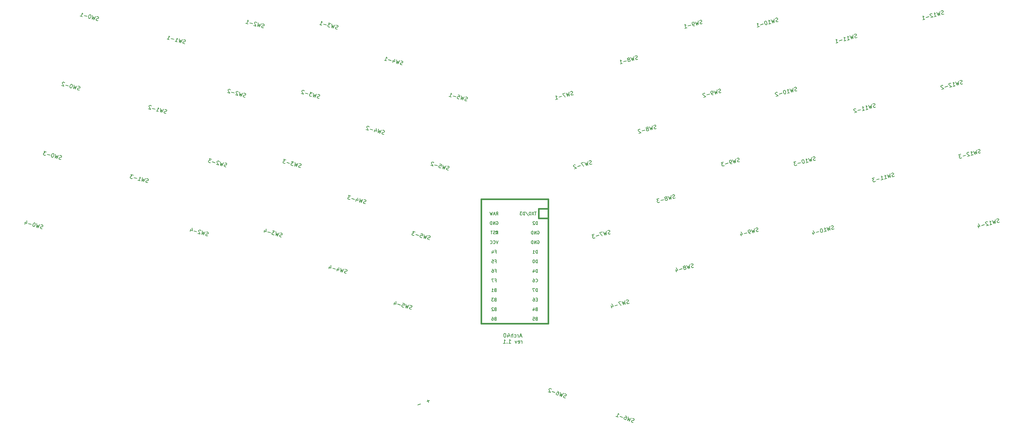
<source format=gbr>
G04 #@! TF.GenerationSoftware,KiCad,Pcbnew,(5.99.0-562-g7b80b2dc7)*
G04 #@! TF.CreationDate,2019-12-24T23:11:14-08:00*
G04 #@! TF.ProjectId,arch_40,61726368-5f34-4302-9e6b-696361645f70,rev?*
G04 #@! TF.SameCoordinates,Original*
G04 #@! TF.FileFunction,Legend,Bot*
G04 #@! TF.FilePolarity,Positive*
%FSLAX46Y46*%
G04 Gerber Fmt 4.6, Leading zero omitted, Abs format (unit mm)*
G04 Created by KiCad (PCBNEW (5.99.0-562-g7b80b2dc7)) date 2019-12-24 23:11:14*
%MOMM*%
%LPD*%
G04 APERTURE LIST*
%ADD10C,0.150000*%
%ADD11C,0.381000*%
G04 APERTURE END LIST*
D10*
X150540952Y-123861666D02*
X150064761Y-123861666D01*
X150636190Y-124147380D02*
X150302857Y-123147380D01*
X149969523Y-124147380D01*
X149636190Y-124147380D02*
X149636190Y-123480714D01*
X149636190Y-123671190D02*
X149588571Y-123575952D01*
X149540952Y-123528333D01*
X149445714Y-123480714D01*
X149350476Y-123480714D01*
X148588571Y-124099761D02*
X148683809Y-124147380D01*
X148874285Y-124147380D01*
X148969523Y-124099761D01*
X149017142Y-124052142D01*
X149064761Y-123956904D01*
X149064761Y-123671190D01*
X149017142Y-123575952D01*
X148969523Y-123528333D01*
X148874285Y-123480714D01*
X148683809Y-123480714D01*
X148588571Y-123528333D01*
X148160000Y-124147380D02*
X148160000Y-123147380D01*
X147731428Y-124147380D02*
X147731428Y-123623571D01*
X147779047Y-123528333D01*
X147874285Y-123480714D01*
X148017142Y-123480714D01*
X148112380Y-123528333D01*
X148160000Y-123575952D01*
X146826666Y-123480714D02*
X146826666Y-124147380D01*
X147064761Y-123099761D02*
X147302857Y-123814047D01*
X146683809Y-123814047D01*
X146112380Y-123147380D02*
X146017142Y-123147380D01*
X145921904Y-123195000D01*
X145874285Y-123242619D01*
X145826666Y-123337857D01*
X145779047Y-123528333D01*
X145779047Y-123766428D01*
X145826666Y-123956904D01*
X145874285Y-124052142D01*
X145921904Y-124099761D01*
X146017142Y-124147380D01*
X146112380Y-124147380D01*
X146207619Y-124099761D01*
X146255238Y-124052142D01*
X146302857Y-123956904D01*
X146350476Y-123766428D01*
X146350476Y-123528333D01*
X146302857Y-123337857D01*
X146255238Y-123242619D01*
X146207619Y-123195000D01*
X146112380Y-123147380D01*
X150612380Y-125757380D02*
X150612380Y-125090714D01*
X150612380Y-125281190D02*
X150564761Y-125185952D01*
X150517142Y-125138333D01*
X150421904Y-125090714D01*
X150326666Y-125090714D01*
X149612380Y-125709761D02*
X149707619Y-125757380D01*
X149898095Y-125757380D01*
X149993333Y-125709761D01*
X150040952Y-125614523D01*
X150040952Y-125233571D01*
X149993333Y-125138333D01*
X149898095Y-125090714D01*
X149707619Y-125090714D01*
X149612380Y-125138333D01*
X149564761Y-125233571D01*
X149564761Y-125328809D01*
X150040952Y-125424047D01*
X149231428Y-125090714D02*
X148993333Y-125757380D01*
X148755238Y-125090714D01*
X147088571Y-125757380D02*
X147660000Y-125757380D01*
X147374285Y-125757380D02*
X147374285Y-124757380D01*
X147469523Y-124900238D01*
X147564761Y-124995476D01*
X147660000Y-125043095D01*
X146660000Y-125662142D02*
X146612380Y-125709761D01*
X146660000Y-125757380D01*
X146707619Y-125709761D01*
X146660000Y-125662142D01*
X146660000Y-125757380D01*
X145660000Y-125757380D02*
X146231428Y-125757380D01*
X145945714Y-125757380D02*
X145945714Y-124757380D01*
X146040952Y-124900238D01*
X146136190Y-124995476D01*
X146231428Y-125043095D01*
D11*
X155016200Y-90093800D02*
X157556200Y-90093800D01*
X157556200Y-87553800D02*
X157556200Y-90093800D01*
X139776200Y-87553800D02*
X157556200Y-87553800D01*
X139776200Y-90093800D02*
X139776200Y-87553800D01*
G36*
X143834632Y-96773160D02*
G01*
X143734632Y-96773160D01*
X143734632Y-96573160D01*
X143834632Y-96573160D01*
X143834632Y-96773160D01*
G37*
D10*
X143834632Y-96773160D02*
X143734632Y-96773160D01*
X143734632Y-96573160D01*
X143834632Y-96573160D01*
X143834632Y-96773160D01*
G36*
X144234632Y-96773160D02*
G01*
X144134632Y-96773160D01*
X144134632Y-95973160D01*
X144234632Y-95973160D01*
X144234632Y-96773160D01*
G37*
X144234632Y-96773160D02*
X144134632Y-96773160D01*
X144134632Y-95973160D01*
X144234632Y-95973160D01*
X144234632Y-96773160D01*
G36*
X144234632Y-96073160D02*
G01*
X143734632Y-96073160D01*
X143734632Y-95973160D01*
X144234632Y-95973160D01*
X144234632Y-96073160D01*
G37*
X144234632Y-96073160D02*
X143734632Y-96073160D01*
X143734632Y-95973160D01*
X144234632Y-95973160D01*
X144234632Y-96073160D01*
G36*
X144034632Y-96473160D02*
G01*
X143934632Y-96473160D01*
X143934632Y-96373160D01*
X144034632Y-96373160D01*
X144034632Y-96473160D01*
G37*
X144034632Y-96473160D02*
X143934632Y-96473160D01*
X143934632Y-96373160D01*
X144034632Y-96373160D01*
X144034632Y-96473160D01*
G36*
X143834632Y-96273160D02*
G01*
X143734632Y-96273160D01*
X143734632Y-95973160D01*
X143834632Y-95973160D01*
X143834632Y-96273160D01*
G37*
X143834632Y-96273160D02*
X143734632Y-96273160D01*
X143734632Y-95973160D01*
X143834632Y-95973160D01*
X143834632Y-96273160D01*
D11*
X155016200Y-92633800D02*
X157556200Y-92633800D01*
X155016200Y-90093800D02*
X155016200Y-92633800D01*
X139776200Y-120573800D02*
X139776200Y-90093800D01*
X157556200Y-120573800D02*
X139776200Y-120573800D01*
X157556200Y-90093800D02*
X157556200Y-120573800D01*
D10*
X122980571Y-142097455D02*
X123696528Y-141836868D01*
X125367390Y-141228724D02*
X126083347Y-140968137D01*
X125855662Y-141456409D02*
X125595075Y-140740452D01*
X113959209Y-70291916D02*
X113808895Y-70300938D01*
X113578913Y-70239315D01*
X113499245Y-70168669D01*
X113465573Y-70110348D01*
X113444226Y-70006030D01*
X113468875Y-69914037D01*
X113539521Y-69834369D01*
X113597842Y-69800697D01*
X113702160Y-69779350D01*
X113898471Y-69782652D01*
X114002788Y-69761305D01*
X114061109Y-69727634D01*
X114131755Y-69647965D01*
X114156405Y-69555973D01*
X114135058Y-69451655D01*
X114101386Y-69393334D01*
X114021718Y-69322688D01*
X113791735Y-69261064D01*
X113641421Y-69270087D01*
X113331771Y-69137817D02*
X112842969Y-70042119D01*
X112843854Y-69302873D01*
X112474998Y-69943522D01*
X112503834Y-68915972D01*
X111635621Y-69028427D02*
X111463075Y-69672378D01*
X111964201Y-68722079D02*
X112009313Y-69473650D01*
X111411359Y-69313428D01*
X111055712Y-69168834D02*
X110319768Y-68971639D01*
X110041372Y-68354755D02*
X110007700Y-68296434D01*
X109928032Y-68225788D01*
X109698050Y-68164164D01*
X109593732Y-68185511D01*
X109535411Y-68219183D01*
X109464765Y-68298851D01*
X109440116Y-68390844D01*
X109449138Y-68541159D01*
X109853199Y-69241013D01*
X109255245Y-69080791D01*
X72100009Y-78953316D02*
X71949695Y-78962338D01*
X71719713Y-78900715D01*
X71640045Y-78830069D01*
X71606373Y-78771748D01*
X71585026Y-78667430D01*
X71609675Y-78575437D01*
X71680321Y-78495769D01*
X71738642Y-78462097D01*
X71842960Y-78440750D01*
X72039271Y-78444052D01*
X72143588Y-78422705D01*
X72201909Y-78389034D01*
X72272555Y-78309365D01*
X72297205Y-78217373D01*
X72275858Y-78113055D01*
X72242186Y-78054734D01*
X72162518Y-77984088D01*
X71932535Y-77922464D01*
X71782221Y-77931487D01*
X71472571Y-77799217D02*
X70983769Y-78703519D01*
X70984654Y-77964273D01*
X70615798Y-78604922D01*
X70644634Y-77577372D01*
X70298010Y-77583092D02*
X70264338Y-77524771D01*
X70184670Y-77454125D01*
X69954687Y-77392501D01*
X69850370Y-77413848D01*
X69792048Y-77447520D01*
X69721403Y-77527188D01*
X69696753Y-77619181D01*
X69705775Y-77769495D01*
X70109836Y-78469350D01*
X69511882Y-78309128D01*
X69196512Y-77830234D02*
X68460568Y-77633039D01*
X68252818Y-76936487D02*
X67654864Y-76776266D01*
X67878241Y-77230510D01*
X67740252Y-77193536D01*
X67635934Y-77214883D01*
X67577613Y-77248555D01*
X67506967Y-77328223D01*
X67445344Y-77558206D01*
X67466691Y-77662523D01*
X67500362Y-77720844D01*
X67580031Y-77791490D01*
X67856010Y-77865439D01*
X67960327Y-77844092D01*
X68018648Y-77810420D01*
X239527994Y-44578348D02*
X239402329Y-44661318D01*
X239172347Y-44722942D01*
X239068029Y-44701595D01*
X239009708Y-44667923D01*
X238939062Y-44588255D01*
X238914413Y-44496262D01*
X238935760Y-44391944D01*
X238969432Y-44333623D01*
X239049100Y-44262977D01*
X239220761Y-44167682D01*
X239300429Y-44097036D01*
X239334101Y-44038715D01*
X239355448Y-43934397D01*
X239330799Y-43842404D01*
X239260153Y-43762736D01*
X239201832Y-43729064D01*
X239097514Y-43707717D01*
X238867532Y-43769341D01*
X238741867Y-43852311D01*
X238407567Y-43892588D02*
X238436404Y-44920137D01*
X238067547Y-44279489D01*
X238068432Y-45018735D01*
X237579630Y-44114433D01*
X236964517Y-45314528D02*
X237516474Y-45166632D01*
X237240495Y-45240580D02*
X236981676Y-44274654D01*
X237110643Y-44387994D01*
X237227286Y-44455338D01*
X237331604Y-44476685D01*
X236044587Y-45561023D02*
X236596545Y-45413126D01*
X236320566Y-45487074D02*
X236061747Y-44521149D01*
X236190714Y-44634489D01*
X236307357Y-44701832D01*
X236411674Y-44723179D01*
X235532021Y-45303973D02*
X234796078Y-45501169D01*
X233928750Y-46127960D02*
X234480707Y-45980063D01*
X234204729Y-46054011D02*
X233945910Y-45088086D01*
X234074877Y-45201425D01*
X234191519Y-45268769D01*
X234295837Y-45290116D01*
X277297794Y-93600348D02*
X277172129Y-93683318D01*
X276942147Y-93744942D01*
X276837829Y-93723595D01*
X276779508Y-93689923D01*
X276708862Y-93610255D01*
X276684213Y-93518262D01*
X276705560Y-93413944D01*
X276739232Y-93355623D01*
X276818900Y-93284977D01*
X276990561Y-93189682D01*
X277070229Y-93119036D01*
X277103901Y-93060715D01*
X277125248Y-92956397D01*
X277100599Y-92864404D01*
X277029953Y-92784736D01*
X276971632Y-92751064D01*
X276867314Y-92729717D01*
X276637332Y-92791341D01*
X276511667Y-92874311D01*
X276177367Y-92914588D02*
X276206204Y-93942137D01*
X275837347Y-93301489D01*
X275838232Y-94040735D01*
X275349430Y-93136433D01*
X274734317Y-94336528D02*
X275286274Y-94188632D01*
X275010295Y-94262580D02*
X274751476Y-93296654D01*
X274880443Y-93409994D01*
X274997086Y-93477338D01*
X275101404Y-93498685D01*
X274132175Y-93561193D02*
X274073854Y-93527521D01*
X273969536Y-93506174D01*
X273739554Y-93567798D01*
X273659886Y-93638444D01*
X273626214Y-93696765D01*
X273604867Y-93801083D01*
X273629517Y-93893076D01*
X273712487Y-94018740D01*
X274412341Y-94422801D01*
X273814387Y-94583023D01*
X273301821Y-94325973D02*
X272565878Y-94523169D01*
X271617997Y-94481360D02*
X271790543Y-95125310D01*
X271749381Y-94051764D02*
X272164234Y-94680088D01*
X271566280Y-94840309D01*
X272344794Y-75185348D02*
X272219129Y-75268318D01*
X271989147Y-75329942D01*
X271884829Y-75308595D01*
X271826508Y-75274923D01*
X271755862Y-75195255D01*
X271731213Y-75103262D01*
X271752560Y-74998944D01*
X271786232Y-74940623D01*
X271865900Y-74869977D01*
X272037561Y-74774682D01*
X272117229Y-74704036D01*
X272150901Y-74645715D01*
X272172248Y-74541397D01*
X272147599Y-74449404D01*
X272076953Y-74369736D01*
X272018632Y-74336064D01*
X271914314Y-74314717D01*
X271684332Y-74376341D01*
X271558667Y-74459311D01*
X271224367Y-74499588D02*
X271253204Y-75527137D01*
X270884347Y-74886489D01*
X270885232Y-75625735D01*
X270396430Y-74721433D01*
X269781317Y-75921528D02*
X270333274Y-75773632D01*
X270057295Y-75847580D02*
X269798476Y-74881654D01*
X269927443Y-74994994D01*
X270044086Y-75062338D01*
X270148404Y-75083685D01*
X269179175Y-75146193D02*
X269120854Y-75112521D01*
X269016536Y-75091174D01*
X268786554Y-75152798D01*
X268706886Y-75223444D01*
X268673214Y-75281765D01*
X268651867Y-75386083D01*
X268676517Y-75478076D01*
X268759487Y-75603740D01*
X269459341Y-76007801D01*
X268861387Y-76168023D01*
X268348821Y-75910973D02*
X267612878Y-76108169D01*
X267084685Y-75608813D02*
X266486731Y-75769034D01*
X266907304Y-76050733D01*
X266769314Y-76087707D01*
X266689646Y-76158353D01*
X266655974Y-76216674D01*
X266634627Y-76320991D01*
X266696251Y-76550974D01*
X266766897Y-76630642D01*
X266825218Y-76664314D01*
X266929536Y-76685661D01*
X267205514Y-76611712D01*
X267285183Y-76541067D01*
X267318854Y-76482745D01*
X267569594Y-56852397D02*
X267443929Y-56935367D01*
X267213947Y-56996991D01*
X267109629Y-56975644D01*
X267051308Y-56941972D01*
X266980662Y-56862304D01*
X266956013Y-56770311D01*
X266977360Y-56665993D01*
X267011032Y-56607672D01*
X267090700Y-56537026D01*
X267262361Y-56441731D01*
X267342029Y-56371085D01*
X267375701Y-56312764D01*
X267397048Y-56208446D01*
X267372399Y-56116453D01*
X267301753Y-56036785D01*
X267243432Y-56003113D01*
X267139114Y-55981766D01*
X266909132Y-56043390D01*
X266783467Y-56126360D01*
X266449167Y-56166637D02*
X266478004Y-57194186D01*
X266109147Y-56553538D01*
X266110032Y-57292784D01*
X265621230Y-56388482D01*
X265006117Y-57588577D02*
X265558074Y-57440681D01*
X265282095Y-57514629D02*
X265023276Y-56548703D01*
X265152243Y-56662043D01*
X265268886Y-56729387D01*
X265373204Y-56750734D01*
X264403975Y-56813242D02*
X264345654Y-56779570D01*
X264241336Y-56758223D01*
X264011354Y-56819847D01*
X263931686Y-56890493D01*
X263898014Y-56948814D01*
X263876667Y-57053132D01*
X263901317Y-57145125D01*
X263984287Y-57270789D01*
X264684141Y-57674850D01*
X264086187Y-57835072D01*
X263573621Y-57578022D02*
X262837678Y-57775218D01*
X262288138Y-57380179D02*
X262229817Y-57346507D01*
X262125499Y-57325160D01*
X261895517Y-57386784D01*
X261815848Y-57457430D01*
X261782177Y-57515751D01*
X261760830Y-57620069D01*
X261785479Y-57712062D01*
X261868450Y-57837726D01*
X262568304Y-58241787D01*
X261970350Y-58402009D01*
X262565794Y-38380748D02*
X262440129Y-38463718D01*
X262210147Y-38525342D01*
X262105829Y-38503995D01*
X262047508Y-38470323D01*
X261976862Y-38390655D01*
X261952213Y-38298662D01*
X261973560Y-38194344D01*
X262007232Y-38136023D01*
X262086900Y-38065377D01*
X262258561Y-37970082D01*
X262338229Y-37899436D01*
X262371901Y-37841115D01*
X262393248Y-37736797D01*
X262368599Y-37644804D01*
X262297953Y-37565136D01*
X262239632Y-37531464D01*
X262135314Y-37510117D01*
X261905332Y-37571741D01*
X261779667Y-37654711D01*
X261445367Y-37694988D02*
X261474204Y-38722537D01*
X261105347Y-38081889D01*
X261106232Y-38821135D01*
X260617430Y-37916833D01*
X260002317Y-39116928D02*
X260554274Y-38969032D01*
X260278295Y-39042980D02*
X260019476Y-38077054D01*
X260148443Y-38190394D01*
X260265086Y-38257738D01*
X260369404Y-38279085D01*
X259400175Y-38341593D02*
X259341854Y-38307921D01*
X259237536Y-38286574D01*
X259007554Y-38348198D01*
X258927886Y-38418844D01*
X258894214Y-38477165D01*
X258872867Y-38581483D01*
X258897517Y-38673476D01*
X258980487Y-38799140D01*
X259680341Y-39203201D01*
X259082387Y-39363423D01*
X258569821Y-39106373D02*
X257833878Y-39303569D01*
X256966550Y-39930360D02*
X257518507Y-39782463D01*
X257242529Y-39856411D02*
X256983710Y-38890486D01*
X257112677Y-39003825D01*
X257229319Y-39071169D01*
X257333637Y-39092516D01*
X23332009Y-95361716D02*
X23181695Y-95370738D01*
X22951713Y-95309115D01*
X22872045Y-95238469D01*
X22838373Y-95180148D01*
X22817026Y-95075830D01*
X22841675Y-94983837D01*
X22912321Y-94904169D01*
X22970642Y-94870497D01*
X23074960Y-94849150D01*
X23271271Y-94852452D01*
X23375588Y-94831105D01*
X23433909Y-94797434D01*
X23504555Y-94717765D01*
X23529205Y-94625773D01*
X23507858Y-94521455D01*
X23474186Y-94463134D01*
X23394518Y-94392488D01*
X23164535Y-94330864D01*
X23014221Y-94339887D01*
X22704571Y-94207617D02*
X22215769Y-95111919D01*
X22216654Y-94372673D01*
X21847798Y-95013322D01*
X21876634Y-93985772D01*
X21324677Y-93837876D02*
X21232684Y-93813226D01*
X21128366Y-93834573D01*
X21070045Y-93868245D01*
X20999399Y-93947913D01*
X20904104Y-94119574D01*
X20842480Y-94349557D01*
X20839178Y-94545867D01*
X20860525Y-94650185D01*
X20894196Y-94708506D01*
X20973865Y-94779152D01*
X21065858Y-94803801D01*
X21170175Y-94782454D01*
X21228496Y-94748783D01*
X21299142Y-94669114D01*
X21394438Y-94497453D01*
X21456061Y-94267471D01*
X21459364Y-94071160D01*
X21438017Y-93966843D01*
X21404345Y-93908521D01*
X21324677Y-93837876D01*
X20428512Y-94238634D02*
X19692568Y-94041439D01*
X18892584Y-93531290D02*
X18720038Y-94175241D01*
X19221164Y-93224942D02*
X19266275Y-93976513D01*
X18668321Y-93816291D01*
X28285009Y-76972116D02*
X28134695Y-76981138D01*
X27904713Y-76919515D01*
X27825045Y-76848869D01*
X27791373Y-76790548D01*
X27770026Y-76686230D01*
X27794675Y-76594237D01*
X27865321Y-76514569D01*
X27923642Y-76480897D01*
X28027960Y-76459550D01*
X28224271Y-76462852D01*
X28328588Y-76441505D01*
X28386909Y-76407834D01*
X28457555Y-76328165D01*
X28482205Y-76236173D01*
X28460858Y-76131855D01*
X28427186Y-76073534D01*
X28347518Y-76002888D01*
X28117535Y-75941264D01*
X27967221Y-75950287D01*
X27657571Y-75818017D02*
X27168769Y-76722319D01*
X27169654Y-75983073D01*
X26800798Y-76623722D01*
X26829634Y-75596172D01*
X26277677Y-75448276D02*
X26185684Y-75423626D01*
X26081366Y-75444973D01*
X26023045Y-75478645D01*
X25952399Y-75558313D01*
X25857104Y-75729974D01*
X25795480Y-75959957D01*
X25792178Y-76156267D01*
X25813525Y-76260585D01*
X25847196Y-76318906D01*
X25926865Y-76389552D01*
X26018858Y-76414201D01*
X26123175Y-76392854D01*
X26181496Y-76359183D01*
X26252142Y-76279514D01*
X26347438Y-76107853D01*
X26409061Y-75877871D01*
X26412364Y-75681560D01*
X26391017Y-75577243D01*
X26357345Y-75518921D01*
X26277677Y-75448276D01*
X25381512Y-75849034D02*
X24645568Y-75651839D01*
X24437818Y-74955287D02*
X23839864Y-74795066D01*
X24063241Y-75249310D01*
X23925252Y-75212336D01*
X23820934Y-75233683D01*
X23762613Y-75267355D01*
X23691967Y-75347023D01*
X23630344Y-75577006D01*
X23651691Y-75681323D01*
X23685362Y-75739644D01*
X23765031Y-75810290D01*
X24041010Y-75884239D01*
X24145327Y-75862892D01*
X24203648Y-75829220D01*
X33187209Y-58582516D02*
X33036895Y-58591538D01*
X32806913Y-58529915D01*
X32727245Y-58459269D01*
X32693573Y-58400948D01*
X32672226Y-58296630D01*
X32696875Y-58204637D01*
X32767521Y-58124969D01*
X32825842Y-58091297D01*
X32930160Y-58069950D01*
X33126471Y-58073252D01*
X33230788Y-58051905D01*
X33289109Y-58018234D01*
X33359755Y-57938565D01*
X33384405Y-57846573D01*
X33363058Y-57742255D01*
X33329386Y-57683934D01*
X33249718Y-57613288D01*
X33019735Y-57551664D01*
X32869421Y-57560687D01*
X32559771Y-57428417D02*
X32070969Y-58332719D01*
X32071854Y-57593473D01*
X31702998Y-58234122D01*
X31731834Y-57206572D01*
X31179877Y-57058676D02*
X31087884Y-57034026D01*
X30983566Y-57055373D01*
X30925245Y-57089045D01*
X30854599Y-57168713D01*
X30759304Y-57340374D01*
X30697680Y-57570357D01*
X30694378Y-57766667D01*
X30715725Y-57870985D01*
X30749396Y-57929306D01*
X30829065Y-57999952D01*
X30921058Y-58024601D01*
X31025375Y-58003254D01*
X31083696Y-57969583D01*
X31154342Y-57889914D01*
X31249638Y-57718253D01*
X31311261Y-57488271D01*
X31314564Y-57291960D01*
X31293217Y-57187643D01*
X31259545Y-57129321D01*
X31179877Y-57058676D01*
X30283712Y-57459434D02*
X29547768Y-57262239D01*
X29269372Y-56645355D02*
X29235700Y-56587034D01*
X29156032Y-56516388D01*
X28926050Y-56454764D01*
X28821732Y-56476111D01*
X28763411Y-56509783D01*
X28692765Y-56589451D01*
X28668116Y-56681444D01*
X28677138Y-56831759D01*
X29081199Y-57531613D01*
X28483245Y-57371391D01*
X38114809Y-40142116D02*
X37964495Y-40151138D01*
X37734513Y-40089515D01*
X37654845Y-40018869D01*
X37621173Y-39960548D01*
X37599826Y-39856230D01*
X37624475Y-39764237D01*
X37695121Y-39684569D01*
X37753442Y-39650897D01*
X37857760Y-39629550D01*
X38054071Y-39632852D01*
X38158388Y-39611505D01*
X38216709Y-39577834D01*
X38287355Y-39498165D01*
X38312005Y-39406173D01*
X38290658Y-39301855D01*
X38256986Y-39243534D01*
X38177318Y-39172888D01*
X37947335Y-39111264D01*
X37797021Y-39120287D01*
X37487371Y-38988017D02*
X36998569Y-39892319D01*
X36999454Y-39153073D01*
X36630598Y-39793722D01*
X36659434Y-38766172D01*
X36107477Y-38618276D02*
X36015484Y-38593626D01*
X35911166Y-38614973D01*
X35852845Y-38648645D01*
X35782199Y-38728313D01*
X35686904Y-38899974D01*
X35625280Y-39129957D01*
X35621978Y-39326267D01*
X35643325Y-39430585D01*
X35676996Y-39488906D01*
X35756665Y-39559552D01*
X35848658Y-39584201D01*
X35952975Y-39562854D01*
X36011296Y-39529183D01*
X36081942Y-39449514D01*
X36177238Y-39277853D01*
X36238861Y-39047871D01*
X36242164Y-38851560D01*
X36220817Y-38747243D01*
X36187145Y-38688921D01*
X36107477Y-38618276D01*
X35211312Y-39019034D02*
X34475368Y-38821839D01*
X33410845Y-38930991D02*
X33962802Y-39078888D01*
X33686824Y-39004940D02*
X33945643Y-38039014D01*
X34000661Y-38201653D01*
X34068005Y-38318295D01*
X34147673Y-38388941D01*
X213388629Y-96009595D02*
X213262965Y-96092566D01*
X213032982Y-96154189D01*
X212928665Y-96132842D01*
X212870344Y-96099170D01*
X212799698Y-96019502D01*
X212775048Y-95927509D01*
X212796395Y-95823192D01*
X212830067Y-95764870D01*
X212909735Y-95694224D01*
X213081396Y-95598929D01*
X213161065Y-95528283D01*
X213194736Y-95469962D01*
X213216083Y-95365644D01*
X213191434Y-95273651D01*
X213120788Y-95193983D01*
X213062467Y-95160311D01*
X212958149Y-95138964D01*
X212728167Y-95200588D01*
X212602502Y-95283559D01*
X212268202Y-95323835D02*
X212297039Y-96351385D01*
X211928182Y-95710736D01*
X211929067Y-96449982D01*
X211440266Y-95545680D01*
X211285117Y-96622528D02*
X211101131Y-96671827D01*
X210996813Y-96650480D01*
X210938492Y-96616808D01*
X210809525Y-96503468D01*
X210714230Y-96331807D01*
X210615632Y-95963836D01*
X210636979Y-95859518D01*
X210670651Y-95801197D01*
X210750319Y-95730551D01*
X210934305Y-95681252D01*
X211038622Y-95702599D01*
X211096944Y-95736271D01*
X211167589Y-95815939D01*
X211229213Y-96045921D01*
X211207866Y-96150239D01*
X211174194Y-96208560D01*
X211094526Y-96279206D01*
X210910540Y-96328505D01*
X210806222Y-96307158D01*
X210747901Y-96273486D01*
X210677255Y-96193818D01*
X210312586Y-96488726D02*
X209576643Y-96685922D01*
X208628761Y-96644112D02*
X208801307Y-97288063D01*
X208760146Y-96214517D02*
X209174999Y-96842841D01*
X208577045Y-97003062D01*
X208410229Y-77492995D02*
X208284565Y-77575966D01*
X208054582Y-77637589D01*
X207950265Y-77616242D01*
X207891944Y-77582570D01*
X207821298Y-77502902D01*
X207796648Y-77410909D01*
X207817995Y-77306592D01*
X207851667Y-77248270D01*
X207931335Y-77177624D01*
X208102996Y-77082329D01*
X208182665Y-77011683D01*
X208216336Y-76953362D01*
X208237683Y-76849044D01*
X208213034Y-76757051D01*
X208142388Y-76677383D01*
X208084067Y-76643711D01*
X207979749Y-76622364D01*
X207749767Y-76683988D01*
X207624102Y-76766959D01*
X207289802Y-76807235D02*
X207318639Y-77834785D01*
X206949782Y-77194136D01*
X206950667Y-77933382D01*
X206461866Y-77029080D01*
X206306717Y-78105928D02*
X206122731Y-78155227D01*
X206018413Y-78133880D01*
X205960092Y-78100208D01*
X205831125Y-77986868D01*
X205735830Y-77815207D01*
X205637232Y-77447236D01*
X205658579Y-77342918D01*
X205692251Y-77284597D01*
X205771919Y-77213951D01*
X205955905Y-77164652D01*
X206060222Y-77185999D01*
X206118544Y-77219671D01*
X206189189Y-77299339D01*
X206250813Y-77529321D01*
X206229466Y-77633639D01*
X206195794Y-77691960D01*
X206116126Y-77762606D01*
X205932140Y-77811905D01*
X205827822Y-77790558D01*
X205769501Y-77756886D01*
X205698855Y-77677218D01*
X205334186Y-77972126D02*
X204598243Y-78169322D01*
X204070049Y-77669965D02*
X203472095Y-77830187D01*
X203892668Y-78111885D01*
X203754679Y-78148860D01*
X203675011Y-78219505D01*
X203641339Y-78277827D01*
X203619992Y-78382144D01*
X203681616Y-78612127D01*
X203752261Y-78691795D01*
X203810583Y-78725467D01*
X203914900Y-78746814D01*
X204190879Y-78672865D01*
X204270547Y-78602219D01*
X204304219Y-78543898D01*
X203482629Y-59179595D02*
X203356965Y-59262566D01*
X203126982Y-59324189D01*
X203022665Y-59302842D01*
X202964344Y-59269170D01*
X202893698Y-59189502D01*
X202869048Y-59097509D01*
X202890395Y-58993192D01*
X202924067Y-58934870D01*
X203003735Y-58864224D01*
X203175396Y-58768929D01*
X203255065Y-58698283D01*
X203288736Y-58639962D01*
X203310083Y-58535644D01*
X203285434Y-58443651D01*
X203214788Y-58363983D01*
X203156467Y-58330311D01*
X203052149Y-58308964D01*
X202822167Y-58370588D01*
X202696502Y-58453559D01*
X202362202Y-58493835D02*
X202391039Y-59521385D01*
X202022182Y-58880736D01*
X202023067Y-59619982D01*
X201534266Y-58715680D01*
X201379117Y-59792528D02*
X201195131Y-59841827D01*
X201090813Y-59820480D01*
X201032492Y-59786808D01*
X200903525Y-59673468D01*
X200808230Y-59501807D01*
X200709632Y-59133836D01*
X200730979Y-59029518D01*
X200764651Y-58971197D01*
X200844319Y-58900551D01*
X201028305Y-58851252D01*
X201132622Y-58872599D01*
X201190944Y-58906271D01*
X201261589Y-58985939D01*
X201323213Y-59215921D01*
X201301866Y-59320239D01*
X201268194Y-59378560D01*
X201188526Y-59449206D01*
X201004540Y-59498505D01*
X200900222Y-59477158D01*
X200841901Y-59443486D01*
X200771255Y-59363818D01*
X200406586Y-59658726D02*
X199670643Y-59855922D01*
X199121102Y-59460883D02*
X199062781Y-59427211D01*
X198958464Y-59405864D01*
X198728481Y-59467488D01*
X198648813Y-59538134D01*
X198615141Y-59596455D01*
X198593794Y-59700773D01*
X198618444Y-59792765D01*
X198701414Y-59918430D01*
X199401269Y-60322491D01*
X198803314Y-60482712D01*
X198504229Y-40891595D02*
X198378565Y-40974566D01*
X198148582Y-41036189D01*
X198044265Y-41014842D01*
X197985944Y-40981170D01*
X197915298Y-40901502D01*
X197890648Y-40809509D01*
X197911995Y-40705192D01*
X197945667Y-40646870D01*
X198025335Y-40576224D01*
X198196996Y-40480929D01*
X198276665Y-40410283D01*
X198310336Y-40351962D01*
X198331683Y-40247644D01*
X198307034Y-40155651D01*
X198236388Y-40075983D01*
X198178067Y-40042311D01*
X198073749Y-40020964D01*
X197843767Y-40082588D01*
X197718102Y-40165559D01*
X197383802Y-40205835D02*
X197412639Y-41233385D01*
X197043782Y-40592736D01*
X197044667Y-41331982D01*
X196555866Y-40427680D01*
X196400717Y-41504528D02*
X196216731Y-41553827D01*
X196112413Y-41532480D01*
X196054092Y-41498808D01*
X195925125Y-41385468D01*
X195829830Y-41213807D01*
X195731232Y-40845836D01*
X195752579Y-40741518D01*
X195786251Y-40683197D01*
X195865919Y-40612551D01*
X196049905Y-40563252D01*
X196154222Y-40584599D01*
X196212544Y-40618271D01*
X196283189Y-40697939D01*
X196344813Y-40927921D01*
X196323466Y-41032239D01*
X196289794Y-41090560D01*
X196210126Y-41161206D01*
X196026140Y-41210505D01*
X195921822Y-41189158D01*
X195863501Y-41155486D01*
X195792855Y-41075818D01*
X195428186Y-41370726D02*
X194692243Y-41567922D01*
X193824914Y-42194712D02*
X194376872Y-42046816D01*
X194100893Y-42120764D02*
X193842074Y-41154838D01*
X193971041Y-41268178D01*
X194087684Y-41335522D01*
X194192001Y-41356869D01*
X196192829Y-105534595D02*
X196067165Y-105617566D01*
X195837182Y-105679189D01*
X195732865Y-105657842D01*
X195674544Y-105624170D01*
X195603898Y-105544502D01*
X195579248Y-105452509D01*
X195600595Y-105348192D01*
X195634267Y-105289870D01*
X195713935Y-105219224D01*
X195885596Y-105123929D01*
X195965265Y-105053283D01*
X195998936Y-104994962D01*
X196020283Y-104890644D01*
X195995634Y-104798651D01*
X195924988Y-104718983D01*
X195866667Y-104685311D01*
X195762349Y-104663964D01*
X195532367Y-104725588D01*
X195406702Y-104808559D01*
X195072402Y-104848835D02*
X195101239Y-105876385D01*
X194732382Y-105235736D01*
X194733267Y-105974982D01*
X194244466Y-105070680D01*
X193849427Y-105620220D02*
X193929095Y-105549574D01*
X193962767Y-105491253D01*
X193984114Y-105386935D01*
X193971789Y-105340939D01*
X193901144Y-105261271D01*
X193842822Y-105227599D01*
X193738505Y-105206252D01*
X193554519Y-105255551D01*
X193474851Y-105326197D01*
X193441179Y-105384518D01*
X193419832Y-105488836D01*
X193432157Y-105534832D01*
X193502802Y-105614500D01*
X193561124Y-105648172D01*
X193665441Y-105669519D01*
X193849427Y-105620220D01*
X193953745Y-105641567D01*
X194012066Y-105675239D01*
X194082712Y-105754907D01*
X194132011Y-105938893D01*
X194110664Y-106043211D01*
X194076992Y-106101532D01*
X193997324Y-106172178D01*
X193813338Y-106221477D01*
X193709020Y-106200130D01*
X193650699Y-106166458D01*
X193580053Y-106086790D01*
X193530754Y-105902804D01*
X193552101Y-105798486D01*
X193585773Y-105740165D01*
X193665441Y-105669519D01*
X193116786Y-106013726D02*
X192380843Y-106210922D01*
X191432961Y-106169112D02*
X191605507Y-106813063D01*
X191564346Y-105739517D02*
X191979199Y-106367841D01*
X191381245Y-106528062D01*
X191265229Y-87195795D02*
X191139565Y-87278766D01*
X190909582Y-87340389D01*
X190805265Y-87319042D01*
X190746944Y-87285370D01*
X190676298Y-87205702D01*
X190651648Y-87113709D01*
X190672995Y-87009392D01*
X190706667Y-86951070D01*
X190786335Y-86880424D01*
X190957996Y-86785129D01*
X191037665Y-86714483D01*
X191071336Y-86656162D01*
X191092683Y-86551844D01*
X191068034Y-86459851D01*
X190997388Y-86380183D01*
X190939067Y-86346511D01*
X190834749Y-86325164D01*
X190604767Y-86386788D01*
X190479102Y-86469759D01*
X190144802Y-86510035D02*
X190173639Y-87537585D01*
X189804782Y-86896936D01*
X189805667Y-87636182D01*
X189316866Y-86731880D01*
X188921827Y-87281420D02*
X189001495Y-87210774D01*
X189035167Y-87152453D01*
X189056514Y-87048135D01*
X189044189Y-87002139D01*
X188973544Y-86922471D01*
X188915222Y-86888799D01*
X188810905Y-86867452D01*
X188626919Y-86916751D01*
X188547251Y-86987397D01*
X188513579Y-87045718D01*
X188492232Y-87150036D01*
X188504557Y-87196032D01*
X188575202Y-87275700D01*
X188633524Y-87309372D01*
X188737841Y-87330719D01*
X188921827Y-87281420D01*
X189026145Y-87302767D01*
X189084466Y-87336439D01*
X189155112Y-87416107D01*
X189204411Y-87600093D01*
X189183064Y-87704411D01*
X189149392Y-87762732D01*
X189069724Y-87833378D01*
X188885738Y-87882677D01*
X188781420Y-87861330D01*
X188723099Y-87827658D01*
X188652453Y-87747990D01*
X188603154Y-87564004D01*
X188624501Y-87459686D01*
X188658173Y-87401365D01*
X188737841Y-87330719D01*
X188189186Y-87674926D02*
X187453243Y-87872122D01*
X186925049Y-87372765D02*
X186327095Y-87532987D01*
X186747668Y-87814685D01*
X186609679Y-87851660D01*
X186530011Y-87922305D01*
X186496339Y-87980627D01*
X186474992Y-88084944D01*
X186536616Y-88314927D01*
X186607261Y-88394595D01*
X186665583Y-88428267D01*
X186769900Y-88449614D01*
X187045879Y-88375665D01*
X187125547Y-88305019D01*
X187159219Y-88246698D01*
X186312229Y-68729995D02*
X186186565Y-68812966D01*
X185956582Y-68874589D01*
X185852265Y-68853242D01*
X185793944Y-68819570D01*
X185723298Y-68739902D01*
X185698648Y-68647909D01*
X185719995Y-68543592D01*
X185753667Y-68485270D01*
X185833335Y-68414624D01*
X186004996Y-68319329D01*
X186084665Y-68248683D01*
X186118336Y-68190362D01*
X186139683Y-68086044D01*
X186115034Y-67994051D01*
X186044388Y-67914383D01*
X185986067Y-67880711D01*
X185881749Y-67859364D01*
X185651767Y-67920988D01*
X185526102Y-68003959D01*
X185191802Y-68044235D02*
X185220639Y-69071785D01*
X184851782Y-68431136D01*
X184852667Y-69170382D01*
X184363866Y-68266080D01*
X183968827Y-68815620D02*
X184048495Y-68744974D01*
X184082167Y-68686653D01*
X184103514Y-68582335D01*
X184091189Y-68536339D01*
X184020544Y-68456671D01*
X183962222Y-68422999D01*
X183857905Y-68401652D01*
X183673919Y-68450951D01*
X183594251Y-68521597D01*
X183560579Y-68579918D01*
X183539232Y-68684236D01*
X183551557Y-68730232D01*
X183622202Y-68809900D01*
X183680524Y-68843572D01*
X183784841Y-68864919D01*
X183968827Y-68815620D01*
X184073145Y-68836967D01*
X184131466Y-68870639D01*
X184202112Y-68950307D01*
X184251411Y-69134293D01*
X184230064Y-69238611D01*
X184196392Y-69296932D01*
X184116724Y-69367578D01*
X183932738Y-69416877D01*
X183828420Y-69395530D01*
X183770099Y-69361858D01*
X183699453Y-69282190D01*
X183650154Y-69098204D01*
X183671501Y-68993886D01*
X183705173Y-68935565D01*
X183784841Y-68864919D01*
X183236186Y-69209126D02*
X182500243Y-69406322D01*
X181950702Y-69011283D02*
X181892381Y-68977611D01*
X181788064Y-68956264D01*
X181558081Y-69017888D01*
X181478413Y-69088534D01*
X181444741Y-69146855D01*
X181423394Y-69251173D01*
X181448044Y-69343165D01*
X181531014Y-69468830D01*
X182230869Y-69872891D01*
X181632914Y-70033112D01*
X181384629Y-50340395D02*
X181258965Y-50423366D01*
X181028982Y-50484989D01*
X180924665Y-50463642D01*
X180866344Y-50429970D01*
X180795698Y-50350302D01*
X180771048Y-50258309D01*
X180792395Y-50153992D01*
X180826067Y-50095670D01*
X180905735Y-50025024D01*
X181077396Y-49929729D01*
X181157065Y-49859083D01*
X181190736Y-49800762D01*
X181212083Y-49696444D01*
X181187434Y-49604451D01*
X181116788Y-49524783D01*
X181058467Y-49491111D01*
X180954149Y-49469764D01*
X180724167Y-49531388D01*
X180598502Y-49614359D01*
X180264202Y-49654635D02*
X180293039Y-50682185D01*
X179924182Y-50041536D01*
X179925067Y-50780782D01*
X179436266Y-49876480D01*
X179041227Y-50426020D02*
X179120895Y-50355374D01*
X179154567Y-50297053D01*
X179175914Y-50192735D01*
X179163589Y-50146739D01*
X179092944Y-50067071D01*
X179034622Y-50033399D01*
X178930305Y-50012052D01*
X178746319Y-50061351D01*
X178666651Y-50131997D01*
X178632979Y-50190318D01*
X178611632Y-50294636D01*
X178623957Y-50340632D01*
X178694602Y-50420300D01*
X178752924Y-50453972D01*
X178857241Y-50475319D01*
X179041227Y-50426020D01*
X179145545Y-50447367D01*
X179203866Y-50481039D01*
X179274512Y-50560707D01*
X179323811Y-50744693D01*
X179302464Y-50849011D01*
X179268792Y-50907332D01*
X179189124Y-50977978D01*
X179005138Y-51027277D01*
X178900820Y-51005930D01*
X178842499Y-50972258D01*
X178771853Y-50892590D01*
X178722554Y-50708604D01*
X178743901Y-50604286D01*
X178777573Y-50545965D01*
X178857241Y-50475319D01*
X178308586Y-50819526D02*
X177572643Y-51016722D01*
X176705314Y-51643512D02*
X177257272Y-51495616D01*
X176981293Y-51569564D02*
X176722474Y-50603638D01*
X176851441Y-50716978D01*
X176968084Y-50784322D01*
X177072401Y-50805669D01*
X179047829Y-115110395D02*
X178922165Y-115193366D01*
X178692182Y-115254989D01*
X178587865Y-115233642D01*
X178529544Y-115199970D01*
X178458898Y-115120302D01*
X178434248Y-115028309D01*
X178455595Y-114923992D01*
X178489267Y-114865670D01*
X178568935Y-114795024D01*
X178740596Y-114699729D01*
X178820265Y-114629083D01*
X178853936Y-114570762D01*
X178875283Y-114466444D01*
X178850634Y-114374451D01*
X178779988Y-114294783D01*
X178721667Y-114261111D01*
X178617349Y-114239764D01*
X178387367Y-114301388D01*
X178261702Y-114384359D01*
X177927402Y-114424635D02*
X177956239Y-115452185D01*
X177587382Y-114811536D01*
X177588267Y-115550782D01*
X177099466Y-114646480D01*
X176823487Y-114720428D02*
X176179536Y-114892974D01*
X176852324Y-115747978D01*
X175971786Y-115589526D02*
X175235843Y-115786722D01*
X174287961Y-115744912D02*
X174460507Y-116388863D01*
X174419346Y-115315317D02*
X174834199Y-115943641D01*
X174236245Y-116103862D01*
X174120229Y-96644595D02*
X173994565Y-96727566D01*
X173764582Y-96789189D01*
X173660265Y-96767842D01*
X173601944Y-96734170D01*
X173531298Y-96654502D01*
X173506648Y-96562509D01*
X173527995Y-96458192D01*
X173561667Y-96399870D01*
X173641335Y-96329224D01*
X173812996Y-96233929D01*
X173892665Y-96163283D01*
X173926336Y-96104962D01*
X173947683Y-96000644D01*
X173923034Y-95908651D01*
X173852388Y-95828983D01*
X173794067Y-95795311D01*
X173689749Y-95773964D01*
X173459767Y-95835588D01*
X173334102Y-95918559D01*
X172999802Y-95958835D02*
X173028639Y-96986385D01*
X172659782Y-96345736D01*
X172660667Y-97084982D01*
X172171866Y-96180680D01*
X171895887Y-96254628D02*
X171251936Y-96427174D01*
X171924724Y-97282178D01*
X171044186Y-97123726D02*
X170308243Y-97320922D01*
X169780049Y-96821565D02*
X169182095Y-96981787D01*
X169602668Y-97263485D01*
X169464679Y-97300460D01*
X169385011Y-97371105D01*
X169351339Y-97429427D01*
X169329992Y-97533744D01*
X169391616Y-97763727D01*
X169462261Y-97843395D01*
X169520583Y-97877067D01*
X169624900Y-97898414D01*
X169900879Y-97824465D01*
X169980547Y-97753819D01*
X170014219Y-97695498D01*
X169167229Y-78178795D02*
X169041565Y-78261766D01*
X168811582Y-78323389D01*
X168707265Y-78302042D01*
X168648944Y-78268370D01*
X168578298Y-78188702D01*
X168553648Y-78096709D01*
X168574995Y-77992392D01*
X168608667Y-77934070D01*
X168688335Y-77863424D01*
X168859996Y-77768129D01*
X168939665Y-77697483D01*
X168973336Y-77639162D01*
X168994683Y-77534844D01*
X168970034Y-77442851D01*
X168899388Y-77363183D01*
X168841067Y-77329511D01*
X168736749Y-77308164D01*
X168506767Y-77369788D01*
X168381102Y-77452759D01*
X168046802Y-77493035D02*
X168075639Y-78520585D01*
X167706782Y-77879936D01*
X167707667Y-78619182D01*
X167218866Y-77714880D01*
X166942887Y-77788828D02*
X166298936Y-77961374D01*
X166971724Y-78816378D01*
X166091186Y-78657926D02*
X165355243Y-78855122D01*
X164805702Y-78460083D02*
X164747381Y-78426411D01*
X164643064Y-78405064D01*
X164413081Y-78466688D01*
X164333413Y-78537334D01*
X164299741Y-78595655D01*
X164278394Y-78699973D01*
X164303044Y-78791965D01*
X164386014Y-78917630D01*
X165085869Y-79321691D01*
X164487914Y-79481912D01*
X164239629Y-59789195D02*
X164113965Y-59872166D01*
X163883982Y-59933789D01*
X163779665Y-59912442D01*
X163721344Y-59878770D01*
X163650698Y-59799102D01*
X163626048Y-59707109D01*
X163647395Y-59602792D01*
X163681067Y-59544470D01*
X163760735Y-59473824D01*
X163932396Y-59378529D01*
X164012065Y-59307883D01*
X164045736Y-59249562D01*
X164067083Y-59145244D01*
X164042434Y-59053251D01*
X163971788Y-58973583D01*
X163913467Y-58939911D01*
X163809149Y-58918564D01*
X163579167Y-58980188D01*
X163453502Y-59063159D01*
X163119202Y-59103435D02*
X163148039Y-60130985D01*
X162779182Y-59490336D01*
X162780067Y-60229582D01*
X162291266Y-59325280D01*
X162015287Y-59399228D02*
X161371336Y-59571774D01*
X162044124Y-60426778D01*
X161163586Y-60268326D02*
X160427643Y-60465522D01*
X159560314Y-61092312D02*
X160112272Y-60944416D01*
X159836293Y-61018364D02*
X159577474Y-60052438D01*
X159706441Y-60165778D01*
X159823084Y-60233122D01*
X159927401Y-60254469D01*
X162131987Y-140238848D02*
X161981459Y-140234735D01*
X161757723Y-140153302D01*
X161684515Y-140075981D01*
X161656054Y-140014947D01*
X161643880Y-139909166D01*
X161676454Y-139819671D01*
X161753774Y-139746463D01*
X161814808Y-139718003D01*
X161920589Y-139705829D01*
X162115865Y-139726228D01*
X162221646Y-139714054D01*
X162282680Y-139685594D01*
X162360001Y-139612386D01*
X162392574Y-139522891D01*
X162380400Y-139417110D01*
X162351940Y-139356076D01*
X162278732Y-139278756D01*
X162054995Y-139197322D01*
X161904467Y-139193209D01*
X161607523Y-139034455D02*
X161041766Y-139892715D01*
X161107077Y-139156359D01*
X160683788Y-139762421D01*
X160802072Y-138741295D01*
X160041368Y-138464422D02*
X160220358Y-138529569D01*
X160293565Y-138606889D01*
X160322026Y-138667923D01*
X160362660Y-138834738D01*
X160342261Y-139030014D01*
X160211968Y-139387992D01*
X160134647Y-139461200D01*
X160073613Y-139489661D01*
X159967832Y-139501835D01*
X159788843Y-139436688D01*
X159715635Y-139359367D01*
X159687174Y-139298333D01*
X159675000Y-139192552D01*
X159756434Y-138968816D01*
X159833754Y-138895608D01*
X159894788Y-138867147D01*
X160000570Y-138854973D01*
X160179559Y-138920120D01*
X160252767Y-138997441D01*
X160281227Y-139058475D01*
X160293401Y-139164256D01*
X159337422Y-138866983D02*
X158621465Y-138606396D01*
X158397893Y-137967596D02*
X158369433Y-137906562D01*
X158296225Y-137829242D01*
X158072489Y-137747808D01*
X157966707Y-137759982D01*
X157905674Y-137788443D01*
X157828353Y-137861651D01*
X157795780Y-137951145D01*
X157791667Y-138101674D01*
X158133194Y-138834081D01*
X157551479Y-138622354D01*
X180140587Y-146766648D02*
X179990059Y-146762535D01*
X179766323Y-146681102D01*
X179693115Y-146603781D01*
X179664654Y-146542747D01*
X179652480Y-146436966D01*
X179685054Y-146347471D01*
X179762374Y-146274263D01*
X179823408Y-146245803D01*
X179929189Y-146233629D01*
X180124465Y-146254028D01*
X180230246Y-146241854D01*
X180291280Y-146213394D01*
X180368601Y-146140186D01*
X180401174Y-146050691D01*
X180389000Y-145944910D01*
X180360540Y-145883876D01*
X180287332Y-145806556D01*
X180063595Y-145725122D01*
X179913067Y-145721009D01*
X179616123Y-145562255D02*
X179050366Y-146420515D01*
X179115677Y-145684159D01*
X178692388Y-146290221D01*
X178810672Y-145269095D01*
X178049968Y-144992222D02*
X178228958Y-145057369D01*
X178302165Y-145134689D01*
X178330626Y-145195723D01*
X178371260Y-145362538D01*
X178350861Y-145557814D01*
X178220568Y-145915792D01*
X178143247Y-145989000D01*
X178082213Y-146017461D01*
X177976432Y-146029635D01*
X177797443Y-145964488D01*
X177724235Y-145887167D01*
X177695774Y-145826133D01*
X177683600Y-145720352D01*
X177765034Y-145496616D01*
X177842354Y-145423408D01*
X177903388Y-145394947D01*
X178009170Y-145382773D01*
X178188159Y-145447920D01*
X178261367Y-145525241D01*
X178289827Y-145586275D01*
X178302001Y-145692056D01*
X177346022Y-145394783D02*
X176630065Y-145134196D01*
X175560079Y-145150154D02*
X176097047Y-145345594D01*
X175828563Y-145247874D02*
X176170583Y-144308182D01*
X176211218Y-144474997D01*
X176268139Y-144597065D01*
X176341347Y-144674385D01*
X121274409Y-116723116D02*
X121124095Y-116732138D01*
X120894113Y-116670515D01*
X120814445Y-116599869D01*
X120780773Y-116541548D01*
X120759426Y-116437230D01*
X120784075Y-116345237D01*
X120854721Y-116265569D01*
X120913042Y-116231897D01*
X121017360Y-116210550D01*
X121213671Y-116213852D01*
X121317988Y-116192505D01*
X121376309Y-116158834D01*
X121446955Y-116079165D01*
X121471605Y-115987173D01*
X121450258Y-115882855D01*
X121416586Y-115824534D01*
X121336918Y-115753888D01*
X121106935Y-115692264D01*
X120956621Y-115701287D01*
X120646971Y-115569017D02*
X120158169Y-116473319D01*
X120159054Y-115734073D01*
X119790198Y-116374722D01*
X119819034Y-115347172D01*
X118991098Y-115125327D02*
X119451063Y-115248574D01*
X119373812Y-115720864D01*
X119340140Y-115662543D01*
X119260472Y-115591897D01*
X119030490Y-115530273D01*
X118926172Y-115551620D01*
X118867851Y-115585292D01*
X118797205Y-115664960D01*
X118735581Y-115894942D01*
X118756928Y-115999260D01*
X118790600Y-116057581D01*
X118870268Y-116128227D01*
X119100251Y-116189851D01*
X119204568Y-116168504D01*
X119262889Y-116134832D01*
X118370912Y-115600034D02*
X117634968Y-115402839D01*
X116834984Y-114892690D02*
X116662438Y-115536641D01*
X117163564Y-114586342D02*
X117208675Y-115337913D01*
X116610721Y-115177691D01*
X126100409Y-98257316D02*
X125950095Y-98266338D01*
X125720113Y-98204715D01*
X125640445Y-98134069D01*
X125606773Y-98075748D01*
X125585426Y-97971430D01*
X125610075Y-97879437D01*
X125680721Y-97799769D01*
X125739042Y-97766097D01*
X125843360Y-97744750D01*
X126039671Y-97748052D01*
X126143988Y-97726705D01*
X126202309Y-97693034D01*
X126272955Y-97613365D01*
X126297605Y-97521373D01*
X126276258Y-97417055D01*
X126242586Y-97358734D01*
X126162918Y-97288088D01*
X125932935Y-97226464D01*
X125782621Y-97235487D01*
X125472971Y-97103217D02*
X124984169Y-98007519D01*
X124985054Y-97268273D01*
X124616198Y-97908922D01*
X124645034Y-96881372D01*
X123817098Y-96659527D02*
X124277063Y-96782774D01*
X124199812Y-97255064D01*
X124166140Y-97196743D01*
X124086472Y-97126097D01*
X123856490Y-97064473D01*
X123752172Y-97085820D01*
X123693851Y-97119492D01*
X123623205Y-97199160D01*
X123561581Y-97429142D01*
X123582928Y-97533460D01*
X123616600Y-97591781D01*
X123696268Y-97662427D01*
X123926251Y-97724051D01*
X124030568Y-97702704D01*
X124088889Y-97669032D01*
X123196912Y-97134234D02*
X122460968Y-96937039D01*
X122253218Y-96240487D02*
X121655264Y-96080266D01*
X121878641Y-96534510D01*
X121740652Y-96497536D01*
X121636334Y-96518883D01*
X121578013Y-96552555D01*
X121507367Y-96632223D01*
X121445744Y-96862206D01*
X121467091Y-96966523D01*
X121500762Y-97024844D01*
X121580431Y-97095490D01*
X121856410Y-97169439D01*
X121960727Y-97148092D01*
X122019048Y-97114420D01*
X131104209Y-79791516D02*
X130953895Y-79800538D01*
X130723913Y-79738915D01*
X130644245Y-79668269D01*
X130610573Y-79609948D01*
X130589226Y-79505630D01*
X130613875Y-79413637D01*
X130684521Y-79333969D01*
X130742842Y-79300297D01*
X130847160Y-79278950D01*
X131043471Y-79282252D01*
X131147788Y-79260905D01*
X131206109Y-79227234D01*
X131276755Y-79147565D01*
X131301405Y-79055573D01*
X131280058Y-78951255D01*
X131246386Y-78892934D01*
X131166718Y-78822288D01*
X130936735Y-78760664D01*
X130786421Y-78769687D01*
X130476771Y-78637417D02*
X129987969Y-79541719D01*
X129988854Y-78802473D01*
X129619998Y-79443122D01*
X129648834Y-78415572D01*
X128820898Y-78193727D02*
X129280863Y-78316974D01*
X129203612Y-78789264D01*
X129169940Y-78730943D01*
X129090272Y-78660297D01*
X128860290Y-78598673D01*
X128755972Y-78620020D01*
X128697651Y-78653692D01*
X128627005Y-78733360D01*
X128565381Y-78963342D01*
X128586728Y-79067660D01*
X128620400Y-79125981D01*
X128700068Y-79196627D01*
X128930051Y-79258251D01*
X129034368Y-79236904D01*
X129092689Y-79203232D01*
X128200712Y-78668434D02*
X127464768Y-78471239D01*
X127186372Y-77854355D02*
X127152700Y-77796034D01*
X127073032Y-77725388D01*
X126843050Y-77663764D01*
X126738732Y-77685111D01*
X126680411Y-77718783D01*
X126609765Y-77798451D01*
X126585116Y-77890444D01*
X126594138Y-78040759D01*
X126998199Y-78740613D01*
X126400245Y-78580391D01*
X135981009Y-61452716D02*
X135830695Y-61461738D01*
X135600713Y-61400115D01*
X135521045Y-61329469D01*
X135487373Y-61271148D01*
X135466026Y-61166830D01*
X135490675Y-61074837D01*
X135561321Y-60995169D01*
X135619642Y-60961497D01*
X135723960Y-60940150D01*
X135920271Y-60943452D01*
X136024588Y-60922105D01*
X136082909Y-60888434D01*
X136153555Y-60808765D01*
X136178205Y-60716773D01*
X136156858Y-60612455D01*
X136123186Y-60554134D01*
X136043518Y-60483488D01*
X135813535Y-60421864D01*
X135663221Y-60430887D01*
X135353571Y-60298617D02*
X134864769Y-61202919D01*
X134865654Y-60463673D01*
X134496798Y-61104322D01*
X134525634Y-60076772D01*
X133697698Y-59854927D02*
X134157663Y-59978174D01*
X134080412Y-60450464D01*
X134046740Y-60392143D01*
X133967072Y-60321497D01*
X133737090Y-60259873D01*
X133632772Y-60281220D01*
X133574451Y-60314892D01*
X133503805Y-60394560D01*
X133442181Y-60624542D01*
X133463528Y-60728860D01*
X133497200Y-60787181D01*
X133576868Y-60857827D01*
X133806851Y-60919451D01*
X133911168Y-60898104D01*
X133969489Y-60864432D01*
X133077512Y-60329634D02*
X132341568Y-60132439D01*
X131277045Y-60241591D02*
X131829002Y-60389488D01*
X131553024Y-60315540D02*
X131811843Y-59349614D01*
X131866861Y-59512253D01*
X131934205Y-59628895D01*
X132013873Y-59699541D01*
X104027809Y-107172716D02*
X103877495Y-107181738D01*
X103647513Y-107120115D01*
X103567845Y-107049469D01*
X103534173Y-106991148D01*
X103512826Y-106886830D01*
X103537475Y-106794837D01*
X103608121Y-106715169D01*
X103666442Y-106681497D01*
X103770760Y-106660150D01*
X103967071Y-106663452D01*
X104071388Y-106642105D01*
X104129709Y-106608434D01*
X104200355Y-106528765D01*
X104225005Y-106436773D01*
X104203658Y-106332455D01*
X104169986Y-106274134D01*
X104090318Y-106203488D01*
X103860335Y-106141864D01*
X103710021Y-106150887D01*
X103400371Y-106018617D02*
X102911569Y-106922919D01*
X102912454Y-106183673D01*
X102543598Y-106824322D01*
X102572434Y-105796772D01*
X101704221Y-105909227D02*
X101531675Y-106553178D01*
X102032801Y-105602879D02*
X102077913Y-106354450D01*
X101479959Y-106194228D01*
X101124312Y-106049634D02*
X100388368Y-105852439D01*
X99588384Y-105342290D02*
X99415838Y-105986241D01*
X99916964Y-105035942D02*
X99962075Y-105787513D01*
X99364121Y-105627291D01*
X109057009Y-88706916D02*
X108906695Y-88715938D01*
X108676713Y-88654315D01*
X108597045Y-88583669D01*
X108563373Y-88525348D01*
X108542026Y-88421030D01*
X108566675Y-88329037D01*
X108637321Y-88249369D01*
X108695642Y-88215697D01*
X108799960Y-88194350D01*
X108996271Y-88197652D01*
X109100588Y-88176305D01*
X109158909Y-88142634D01*
X109229555Y-88062965D01*
X109254205Y-87970973D01*
X109232858Y-87866655D01*
X109199186Y-87808334D01*
X109119518Y-87737688D01*
X108889535Y-87676064D01*
X108739221Y-87685087D01*
X108429571Y-87552817D02*
X107940769Y-88457119D01*
X107941654Y-87717873D01*
X107572798Y-88358522D01*
X107601634Y-87330972D01*
X106733421Y-87443427D02*
X106560875Y-88087378D01*
X107062001Y-87137079D02*
X107107113Y-87888650D01*
X106509159Y-87728428D01*
X106153512Y-87583834D02*
X105417568Y-87386639D01*
X105209818Y-86690087D02*
X104611864Y-86529866D01*
X104835241Y-86984110D01*
X104697252Y-86947136D01*
X104592934Y-86968483D01*
X104534613Y-87002155D01*
X104463967Y-87081823D01*
X104402344Y-87311806D01*
X104423691Y-87416123D01*
X104457362Y-87474444D01*
X104537031Y-87545090D01*
X104813010Y-87619039D01*
X104917327Y-87597692D01*
X104975648Y-87564020D01*
X118836009Y-51876916D02*
X118685695Y-51885938D01*
X118455713Y-51824315D01*
X118376045Y-51753669D01*
X118342373Y-51695348D01*
X118321026Y-51591030D01*
X118345675Y-51499037D01*
X118416321Y-51419369D01*
X118474642Y-51385697D01*
X118578960Y-51364350D01*
X118775271Y-51367652D01*
X118879588Y-51346305D01*
X118937909Y-51312634D01*
X119008555Y-51232965D01*
X119033205Y-51140973D01*
X119011858Y-51036655D01*
X118978186Y-50978334D01*
X118898518Y-50907688D01*
X118668535Y-50846064D01*
X118518221Y-50855087D01*
X118208571Y-50722817D02*
X117719769Y-51627119D01*
X117720654Y-50887873D01*
X117351798Y-51528522D01*
X117380634Y-50500972D01*
X116512421Y-50613427D02*
X116339875Y-51257378D01*
X116841001Y-50307079D02*
X116886113Y-51058650D01*
X116288159Y-50898428D01*
X115932512Y-50753834D02*
X115196568Y-50556639D01*
X114132045Y-50665791D02*
X114684002Y-50813688D01*
X114408024Y-50739740D02*
X114666843Y-49773814D01*
X114721861Y-49936453D01*
X114789205Y-50053095D01*
X114868873Y-50123741D01*
X86832009Y-97546116D02*
X86681695Y-97555138D01*
X86451713Y-97493515D01*
X86372045Y-97422869D01*
X86338373Y-97364548D01*
X86317026Y-97260230D01*
X86341675Y-97168237D01*
X86412321Y-97088569D01*
X86470642Y-97054897D01*
X86574960Y-97033550D01*
X86771271Y-97036852D01*
X86875588Y-97015505D01*
X86933909Y-96981834D01*
X87004555Y-96902165D01*
X87029205Y-96810173D01*
X87007858Y-96705855D01*
X86974186Y-96647534D01*
X86894518Y-96576888D01*
X86664535Y-96515264D01*
X86514221Y-96524287D01*
X86204571Y-96392017D02*
X85715769Y-97296319D01*
X85716654Y-96557073D01*
X85347798Y-97197722D01*
X85376634Y-96170172D01*
X85100655Y-96096224D02*
X84502701Y-95936003D01*
X84726079Y-96390247D01*
X84588090Y-96353273D01*
X84483772Y-96374620D01*
X84425451Y-96408292D01*
X84354805Y-96487960D01*
X84293181Y-96717942D01*
X84314528Y-96822260D01*
X84348200Y-96880581D01*
X84427868Y-96951227D01*
X84703847Y-97025176D01*
X84808165Y-97003828D01*
X84866486Y-96970157D01*
X83928512Y-96423034D02*
X83192568Y-96225839D01*
X82392584Y-95715690D02*
X82220038Y-96359641D01*
X82721164Y-95409342D02*
X82766275Y-96160913D01*
X82168321Y-96000691D01*
X91861209Y-79131116D02*
X91710895Y-79140138D01*
X91480913Y-79078515D01*
X91401245Y-79007869D01*
X91367573Y-78949548D01*
X91346226Y-78845230D01*
X91370875Y-78753237D01*
X91441521Y-78673569D01*
X91499842Y-78639897D01*
X91604160Y-78618550D01*
X91800471Y-78621852D01*
X91904788Y-78600505D01*
X91963109Y-78566834D01*
X92033755Y-78487165D01*
X92058405Y-78395173D01*
X92037058Y-78290855D01*
X92003386Y-78232534D01*
X91923718Y-78161888D01*
X91693735Y-78100264D01*
X91543421Y-78109287D01*
X91233771Y-77977017D02*
X90744969Y-78881319D01*
X90745854Y-78142073D01*
X90376998Y-78782722D01*
X90405834Y-77755172D01*
X90129855Y-77681224D02*
X89531901Y-77521003D01*
X89755279Y-77975247D01*
X89617290Y-77938273D01*
X89512972Y-77959620D01*
X89454651Y-77993292D01*
X89384005Y-78072960D01*
X89322381Y-78302942D01*
X89343728Y-78407260D01*
X89377400Y-78465581D01*
X89457068Y-78536227D01*
X89733047Y-78610176D01*
X89837365Y-78588828D01*
X89895686Y-78555157D01*
X88957712Y-78008034D02*
X88221768Y-77810839D01*
X88014018Y-77114287D02*
X87416064Y-76954066D01*
X87639441Y-77408310D01*
X87501452Y-77371336D01*
X87397134Y-77392683D01*
X87338813Y-77426355D01*
X87268167Y-77506023D01*
X87206544Y-77736006D01*
X87227891Y-77840323D01*
X87261562Y-77898644D01*
X87341231Y-77969290D01*
X87617210Y-78043239D01*
X87721527Y-78021892D01*
X87779848Y-77988220D01*
X96763409Y-60741516D02*
X96613095Y-60750538D01*
X96383113Y-60688915D01*
X96303445Y-60618269D01*
X96269773Y-60559948D01*
X96248426Y-60455630D01*
X96273075Y-60363637D01*
X96343721Y-60283969D01*
X96402042Y-60250297D01*
X96506360Y-60228950D01*
X96702671Y-60232252D01*
X96806988Y-60210905D01*
X96865309Y-60177234D01*
X96935955Y-60097565D01*
X96960605Y-60005573D01*
X96939258Y-59901255D01*
X96905586Y-59842934D01*
X96825918Y-59772288D01*
X96595935Y-59710664D01*
X96445621Y-59719687D01*
X96135971Y-59587417D02*
X95647169Y-60491719D01*
X95648054Y-59752473D01*
X95279198Y-60393122D01*
X95308034Y-59365572D01*
X95032055Y-59291624D02*
X94434101Y-59131403D01*
X94657479Y-59585647D01*
X94519490Y-59548673D01*
X94415172Y-59570020D01*
X94356851Y-59603692D01*
X94286205Y-59683360D01*
X94224581Y-59913342D01*
X94245928Y-60017660D01*
X94279600Y-60075981D01*
X94359268Y-60146627D01*
X94635247Y-60220576D01*
X94739565Y-60199228D01*
X94797886Y-60165557D01*
X93859912Y-59618434D02*
X93123968Y-59421239D01*
X92845572Y-58804355D02*
X92811900Y-58746034D01*
X92732232Y-58675388D01*
X92502250Y-58613764D01*
X92397932Y-58635111D01*
X92339611Y-58668783D01*
X92268965Y-58748451D01*
X92244316Y-58840444D01*
X92253338Y-58990759D01*
X92657399Y-59690613D01*
X92059445Y-59530391D01*
X101640209Y-42402716D02*
X101489895Y-42411738D01*
X101259913Y-42350115D01*
X101180245Y-42279469D01*
X101146573Y-42221148D01*
X101125226Y-42116830D01*
X101149875Y-42024837D01*
X101220521Y-41945169D01*
X101278842Y-41911497D01*
X101383160Y-41890150D01*
X101579471Y-41893452D01*
X101683788Y-41872105D01*
X101742109Y-41838434D01*
X101812755Y-41758765D01*
X101837405Y-41666773D01*
X101816058Y-41562455D01*
X101782386Y-41504134D01*
X101702718Y-41433488D01*
X101472735Y-41371864D01*
X101322421Y-41380887D01*
X101012771Y-41248617D02*
X100523969Y-42152919D01*
X100524854Y-41413673D01*
X100155998Y-42054322D01*
X100184834Y-41026772D01*
X99908855Y-40952824D02*
X99310901Y-40792603D01*
X99534279Y-41246847D01*
X99396290Y-41209873D01*
X99291972Y-41231220D01*
X99233651Y-41264892D01*
X99163005Y-41344560D01*
X99101381Y-41574542D01*
X99122728Y-41678860D01*
X99156400Y-41737181D01*
X99236068Y-41807827D01*
X99512047Y-41881776D01*
X99616365Y-41860428D01*
X99674686Y-41826757D01*
X98736712Y-41279634D02*
X98000768Y-41082439D01*
X96936245Y-41191591D02*
X97488202Y-41339488D01*
X97212224Y-41265540D02*
X97471043Y-40299614D01*
X97526061Y-40462253D01*
X97593405Y-40578895D01*
X97673073Y-40649541D01*
X67223209Y-97266716D02*
X67072895Y-97275738D01*
X66842913Y-97214115D01*
X66763245Y-97143469D01*
X66729573Y-97085148D01*
X66708226Y-96980830D01*
X66732875Y-96888837D01*
X66803521Y-96809169D01*
X66861842Y-96775497D01*
X66966160Y-96754150D01*
X67162471Y-96757452D01*
X67266788Y-96736105D01*
X67325109Y-96702434D01*
X67395755Y-96622765D01*
X67420405Y-96530773D01*
X67399058Y-96426455D01*
X67365386Y-96368134D01*
X67285718Y-96297488D01*
X67055735Y-96235864D01*
X66905421Y-96244887D01*
X66595771Y-96112617D02*
X66106969Y-97016919D01*
X66107854Y-96277673D01*
X65738998Y-96918322D01*
X65767834Y-95890772D01*
X65421210Y-95896492D02*
X65387538Y-95838171D01*
X65307870Y-95767525D01*
X65077887Y-95705901D01*
X64973570Y-95727248D01*
X64915248Y-95760920D01*
X64844603Y-95840588D01*
X64819953Y-95932581D01*
X64828975Y-96082895D01*
X65233036Y-96782750D01*
X64635082Y-96622528D01*
X64319712Y-96143634D02*
X63583768Y-95946439D01*
X62783784Y-95436290D02*
X62611238Y-96080241D01*
X63112364Y-95129942D02*
X63157475Y-95881513D01*
X62559521Y-95721291D01*
X77154609Y-60462116D02*
X77004295Y-60471138D01*
X76774313Y-60409515D01*
X76694645Y-60338869D01*
X76660973Y-60280548D01*
X76639626Y-60176230D01*
X76664275Y-60084237D01*
X76734921Y-60004569D01*
X76793242Y-59970897D01*
X76897560Y-59949550D01*
X77093871Y-59952852D01*
X77198188Y-59931505D01*
X77256509Y-59897834D01*
X77327155Y-59818165D01*
X77351805Y-59726173D01*
X77330458Y-59621855D01*
X77296786Y-59563534D01*
X77217118Y-59492888D01*
X76987135Y-59431264D01*
X76836821Y-59440287D01*
X76527171Y-59308017D02*
X76038369Y-60212319D01*
X76039254Y-59473073D01*
X75670398Y-60113722D01*
X75699234Y-59086172D01*
X75352610Y-59091892D02*
X75318938Y-59033571D01*
X75239270Y-58962925D01*
X75009287Y-58901301D01*
X74904970Y-58922648D01*
X74846648Y-58956320D01*
X74776003Y-59035988D01*
X74751353Y-59127981D01*
X74760375Y-59278295D01*
X75164436Y-59978150D01*
X74566482Y-59817928D01*
X74251112Y-59339034D02*
X73515168Y-59141839D01*
X73236772Y-58524955D02*
X73203100Y-58466634D01*
X73123432Y-58395988D01*
X72893450Y-58334364D01*
X72789132Y-58355711D01*
X72730811Y-58389383D01*
X72660165Y-58469051D01*
X72635516Y-58561044D01*
X72644538Y-58711359D01*
X73048599Y-59411213D01*
X72450645Y-59250991D01*
X82056809Y-42072516D02*
X81906495Y-42081538D01*
X81676513Y-42019915D01*
X81596845Y-41949269D01*
X81563173Y-41890948D01*
X81541826Y-41786630D01*
X81566475Y-41694637D01*
X81637121Y-41614969D01*
X81695442Y-41581297D01*
X81799760Y-41559950D01*
X81996071Y-41563252D01*
X82100388Y-41541905D01*
X82158709Y-41508234D01*
X82229355Y-41428565D01*
X82254005Y-41336573D01*
X82232658Y-41232255D01*
X82198986Y-41173934D01*
X82119318Y-41103288D01*
X81889335Y-41041664D01*
X81739021Y-41050687D01*
X81429371Y-40918417D02*
X80940569Y-41822719D01*
X80941454Y-41083473D01*
X80572598Y-41724122D01*
X80601434Y-40696572D01*
X80254810Y-40702292D02*
X80221138Y-40643971D01*
X80141470Y-40573325D01*
X79911487Y-40511701D01*
X79807170Y-40533048D01*
X79748848Y-40566720D01*
X79678203Y-40646388D01*
X79653553Y-40738381D01*
X79662575Y-40888695D01*
X80066636Y-41588550D01*
X79468682Y-41428328D01*
X79153312Y-40949434D02*
X78417368Y-40752239D01*
X77352845Y-40861391D02*
X77904802Y-41009288D01*
X77628824Y-40935340D02*
X77887643Y-39969414D01*
X77942661Y-40132053D01*
X78010005Y-40248695D01*
X78089673Y-40319341D01*
X249408594Y-81433748D02*
X249282929Y-81516718D01*
X249052947Y-81578342D01*
X248948629Y-81556995D01*
X248890308Y-81523323D01*
X248819662Y-81443655D01*
X248795013Y-81351662D01*
X248816360Y-81247344D01*
X248850032Y-81189023D01*
X248929700Y-81118377D01*
X249101361Y-81023082D01*
X249181029Y-80952436D01*
X249214701Y-80894115D01*
X249236048Y-80789797D01*
X249211399Y-80697804D01*
X249140753Y-80618136D01*
X249082432Y-80584464D01*
X248978114Y-80563117D01*
X248748132Y-80624741D01*
X248622467Y-80707711D01*
X248288167Y-80747988D02*
X248317004Y-81775537D01*
X247948147Y-81134889D01*
X247949032Y-81874135D01*
X247460230Y-80969833D01*
X246845117Y-82169928D02*
X247397074Y-82022032D01*
X247121095Y-82095980D02*
X246862276Y-81130054D01*
X246991243Y-81243394D01*
X247107886Y-81310738D01*
X247212204Y-81332085D01*
X245925187Y-82416423D02*
X246477145Y-82268526D01*
X246201166Y-82342474D02*
X245942347Y-81376549D01*
X246071314Y-81489889D01*
X246187957Y-81557232D01*
X246292274Y-81578579D01*
X245412621Y-82159373D02*
X244676678Y-82356569D01*
X244148485Y-81857213D02*
X243550531Y-82017434D01*
X243971104Y-82299133D01*
X243833114Y-82336107D01*
X243753446Y-82406753D01*
X243719774Y-82465074D01*
X243698427Y-82569391D01*
X243760051Y-82799374D01*
X243830697Y-82879042D01*
X243889018Y-82912714D01*
X243993336Y-82934061D01*
X244269314Y-82860112D01*
X244348983Y-82789467D01*
X244382654Y-82731145D01*
X244455594Y-63044148D02*
X244329929Y-63127118D01*
X244099947Y-63188742D01*
X243995629Y-63167395D01*
X243937308Y-63133723D01*
X243866662Y-63054055D01*
X243842013Y-62962062D01*
X243863360Y-62857744D01*
X243897032Y-62799423D01*
X243976700Y-62728777D01*
X244148361Y-62633482D01*
X244228029Y-62562836D01*
X244261701Y-62504515D01*
X244283048Y-62400197D01*
X244258399Y-62308204D01*
X244187753Y-62228536D01*
X244129432Y-62194864D01*
X244025114Y-62173517D01*
X243795132Y-62235141D01*
X243669467Y-62318111D01*
X243335167Y-62358388D02*
X243364004Y-63385937D01*
X242995147Y-62745289D01*
X242996032Y-63484535D01*
X242507230Y-62580233D01*
X241892117Y-63780328D02*
X242444074Y-63632432D01*
X242168095Y-63706380D02*
X241909276Y-62740454D01*
X242038243Y-62853794D01*
X242154886Y-62921138D01*
X242259204Y-62942485D01*
X240972187Y-64026823D02*
X241524145Y-63878926D01*
X241248166Y-63952874D02*
X240989347Y-62986949D01*
X241118314Y-63100289D01*
X241234957Y-63167632D01*
X241339274Y-63188979D01*
X240459621Y-63769773D02*
X239723678Y-63966969D01*
X239174138Y-63571930D02*
X239115817Y-63538258D01*
X239011499Y-63516911D01*
X238781517Y-63578535D01*
X238701848Y-63649181D01*
X238668177Y-63707502D01*
X238646830Y-63811820D01*
X238671479Y-63903813D01*
X238754450Y-64029477D01*
X239454304Y-64433538D01*
X238856350Y-64593760D01*
X233406594Y-95429148D02*
X233280929Y-95512118D01*
X233050947Y-95573742D01*
X232946629Y-95552395D01*
X232888308Y-95518723D01*
X232817662Y-95439055D01*
X232793013Y-95347062D01*
X232814360Y-95242744D01*
X232848032Y-95184423D01*
X232927700Y-95113777D01*
X233099361Y-95018482D01*
X233179029Y-94947836D01*
X233212701Y-94889515D01*
X233234048Y-94785197D01*
X233209399Y-94693204D01*
X233138753Y-94613536D01*
X233080432Y-94579864D01*
X232976114Y-94558517D01*
X232746132Y-94620141D01*
X232620467Y-94703111D01*
X232286167Y-94743388D02*
X232315004Y-95770937D01*
X231946147Y-95130289D01*
X231947032Y-95869535D01*
X231458230Y-94965233D01*
X230843117Y-96165328D02*
X231395074Y-96017432D01*
X231119095Y-96091380D02*
X230860276Y-95125454D01*
X230989243Y-95238794D01*
X231105886Y-95306138D01*
X231210204Y-95327485D01*
X229986344Y-95359624D02*
X229894351Y-95384273D01*
X229814682Y-95454919D01*
X229781011Y-95513240D01*
X229759664Y-95617558D01*
X229762966Y-95813869D01*
X229824590Y-96043851D01*
X229919885Y-96215512D01*
X229990531Y-96295180D01*
X230048852Y-96328852D01*
X230153170Y-96350199D01*
X230245163Y-96325550D01*
X230324831Y-96254904D01*
X230358503Y-96196583D01*
X230379850Y-96092265D01*
X230376547Y-95895954D01*
X230314924Y-95665972D01*
X230219628Y-95494311D01*
X230148982Y-95414643D01*
X230090661Y-95380971D01*
X229986344Y-95359624D01*
X229410621Y-96154773D02*
X228674678Y-96351969D01*
X227726797Y-96310160D02*
X227899343Y-96954110D01*
X227858181Y-95880564D02*
X228273034Y-96508888D01*
X227675080Y-96669109D01*
X228555194Y-77115748D02*
X228429529Y-77198718D01*
X228199547Y-77260342D01*
X228095229Y-77238995D01*
X228036908Y-77205323D01*
X227966262Y-77125655D01*
X227941613Y-77033662D01*
X227962960Y-76929344D01*
X227996632Y-76871023D01*
X228076300Y-76800377D01*
X228247961Y-76705082D01*
X228327629Y-76634436D01*
X228361301Y-76576115D01*
X228382648Y-76471797D01*
X228357999Y-76379804D01*
X228287353Y-76300136D01*
X228229032Y-76266464D01*
X228124714Y-76245117D01*
X227894732Y-76306741D01*
X227769067Y-76389711D01*
X227434767Y-76429988D02*
X227463604Y-77457537D01*
X227094747Y-76816889D01*
X227095632Y-77556135D01*
X226606830Y-76651833D01*
X225991717Y-77851928D02*
X226543674Y-77704032D01*
X226267695Y-77777980D02*
X226008876Y-76812054D01*
X226137843Y-76925394D01*
X226254486Y-76992738D01*
X226358804Y-77014085D01*
X225134944Y-77046224D02*
X225042951Y-77070873D01*
X224963282Y-77141519D01*
X224929611Y-77199840D01*
X224908264Y-77304158D01*
X224911566Y-77500469D01*
X224973190Y-77730451D01*
X225068485Y-77902112D01*
X225139131Y-77981780D01*
X225197452Y-78015452D01*
X225301770Y-78036799D01*
X225393763Y-78012150D01*
X225473431Y-77941504D01*
X225507103Y-77883183D01*
X225528450Y-77778865D01*
X225525147Y-77582554D01*
X225463524Y-77352572D01*
X225368228Y-77180911D01*
X225297582Y-77101243D01*
X225239261Y-77067571D01*
X225134944Y-77046224D01*
X224559221Y-77841373D02*
X223823278Y-78038569D01*
X223295085Y-77539213D02*
X222697131Y-77699434D01*
X223117704Y-77981133D01*
X222979714Y-78018107D01*
X222900046Y-78088753D01*
X222866374Y-78147074D01*
X222845027Y-78251391D01*
X222906651Y-78481374D01*
X222977297Y-78561042D01*
X223035618Y-78594714D01*
X223139936Y-78616061D01*
X223415914Y-78542112D01*
X223495583Y-78471467D01*
X223529254Y-78413145D01*
X223627594Y-58700748D02*
X223501929Y-58783718D01*
X223271947Y-58845342D01*
X223167629Y-58823995D01*
X223109308Y-58790323D01*
X223038662Y-58710655D01*
X223014013Y-58618662D01*
X223035360Y-58514344D01*
X223069032Y-58456023D01*
X223148700Y-58385377D01*
X223320361Y-58290082D01*
X223400029Y-58219436D01*
X223433701Y-58161115D01*
X223455048Y-58056797D01*
X223430399Y-57964804D01*
X223359753Y-57885136D01*
X223301432Y-57851464D01*
X223197114Y-57830117D01*
X222967132Y-57891741D01*
X222841467Y-57974711D01*
X222507167Y-58014988D02*
X222536004Y-59042537D01*
X222167147Y-58401889D01*
X222168032Y-59141135D01*
X221679230Y-58236833D01*
X221064117Y-59436928D02*
X221616074Y-59289032D01*
X221340095Y-59362980D02*
X221081276Y-58397054D01*
X221210243Y-58510394D01*
X221326886Y-58577738D01*
X221431204Y-58599085D01*
X220207344Y-58631224D02*
X220115351Y-58655873D01*
X220035682Y-58726519D01*
X220002011Y-58784840D01*
X219980664Y-58889158D01*
X219983966Y-59085469D01*
X220045590Y-59315451D01*
X220140885Y-59487112D01*
X220211531Y-59566780D01*
X220269852Y-59600452D01*
X220374170Y-59621799D01*
X220466163Y-59597150D01*
X220545831Y-59526504D01*
X220579503Y-59468183D01*
X220600850Y-59363865D01*
X220597547Y-59167554D01*
X220535924Y-58937572D01*
X220440628Y-58765911D01*
X220369982Y-58686243D01*
X220311661Y-58652571D01*
X220207344Y-58631224D01*
X219631621Y-59426373D02*
X218895678Y-59623569D01*
X218346138Y-59228530D02*
X218287817Y-59194858D01*
X218183499Y-59173511D01*
X217953517Y-59235135D01*
X217873848Y-59305781D01*
X217840177Y-59364102D01*
X217818830Y-59468420D01*
X217843479Y-59560413D01*
X217926450Y-59686077D01*
X218626304Y-60090138D01*
X218028350Y-60250360D01*
X218649194Y-40336548D02*
X218523529Y-40419518D01*
X218293547Y-40481142D01*
X218189229Y-40459795D01*
X218130908Y-40426123D01*
X218060262Y-40346455D01*
X218035613Y-40254462D01*
X218056960Y-40150144D01*
X218090632Y-40091823D01*
X218170300Y-40021177D01*
X218341961Y-39925882D01*
X218421629Y-39855236D01*
X218455301Y-39796915D01*
X218476648Y-39692597D01*
X218451999Y-39600604D01*
X218381353Y-39520936D01*
X218323032Y-39487264D01*
X218218714Y-39465917D01*
X217988732Y-39527541D01*
X217863067Y-39610511D01*
X217528767Y-39650788D02*
X217557604Y-40678337D01*
X217188747Y-40037689D01*
X217189632Y-40776935D01*
X216700830Y-39872633D01*
X216085717Y-41072728D02*
X216637674Y-40924832D01*
X216361695Y-40998780D02*
X216102876Y-40032854D01*
X216231843Y-40146194D01*
X216348486Y-40213538D01*
X216452804Y-40234885D01*
X215228944Y-40267024D02*
X215136951Y-40291673D01*
X215057282Y-40362319D01*
X215023611Y-40420640D01*
X215002264Y-40524958D01*
X215005566Y-40721269D01*
X215067190Y-40951251D01*
X215162485Y-41122912D01*
X215233131Y-41202580D01*
X215291452Y-41236252D01*
X215395770Y-41257599D01*
X215487763Y-41232950D01*
X215567431Y-41162304D01*
X215601103Y-41103983D01*
X215622450Y-40999665D01*
X215619147Y-40803354D01*
X215557524Y-40573372D01*
X215462228Y-40401711D01*
X215391582Y-40322043D01*
X215333261Y-40288371D01*
X215228944Y-40267024D01*
X214653221Y-41062173D02*
X213917278Y-41259369D01*
X213049950Y-41886160D02*
X213601907Y-41738263D01*
X213325929Y-41812211D02*
X213067110Y-40846286D01*
X213196077Y-40959625D01*
X213312719Y-41026969D01*
X213417037Y-41048316D01*
X51322809Y-83144316D02*
X51172495Y-83153338D01*
X50942513Y-83091715D01*
X50862845Y-83021069D01*
X50829173Y-82962748D01*
X50807826Y-82858430D01*
X50832475Y-82766437D01*
X50903121Y-82686769D01*
X50961442Y-82653097D01*
X51065760Y-82631750D01*
X51262071Y-82635052D01*
X51366388Y-82613705D01*
X51424709Y-82580034D01*
X51495355Y-82500365D01*
X51520005Y-82408373D01*
X51498658Y-82304055D01*
X51464986Y-82245734D01*
X51385318Y-82175088D01*
X51155335Y-82113464D01*
X51005021Y-82122487D01*
X50695371Y-81990217D02*
X50206569Y-82894519D01*
X50207454Y-82155273D01*
X49838598Y-82795922D01*
X49867434Y-81768372D01*
X48734682Y-82500128D02*
X49286640Y-82648025D01*
X49010661Y-82574077D02*
X49269480Y-81608151D01*
X49324499Y-81770790D01*
X49391842Y-81887432D01*
X49471511Y-81958078D01*
X48419312Y-82021234D02*
X47683368Y-81824039D01*
X47475618Y-81127487D02*
X46877664Y-80967266D01*
X47101041Y-81421510D01*
X46963052Y-81384536D01*
X46858734Y-81405883D01*
X46800413Y-81439555D01*
X46729767Y-81519223D01*
X46668144Y-81749206D01*
X46689491Y-81853523D01*
X46723162Y-81911844D01*
X46802831Y-81982490D01*
X47078810Y-82056439D01*
X47183127Y-82035092D01*
X47241448Y-82001420D01*
X56174209Y-64754716D02*
X56023895Y-64763738D01*
X55793913Y-64702115D01*
X55714245Y-64631469D01*
X55680573Y-64573148D01*
X55659226Y-64468830D01*
X55683875Y-64376837D01*
X55754521Y-64297169D01*
X55812842Y-64263497D01*
X55917160Y-64242150D01*
X56113471Y-64245452D01*
X56217788Y-64224105D01*
X56276109Y-64190434D01*
X56346755Y-64110765D01*
X56371405Y-64018773D01*
X56350058Y-63914455D01*
X56316386Y-63856134D01*
X56236718Y-63785488D01*
X56006735Y-63723864D01*
X55856421Y-63732887D01*
X55546771Y-63600617D02*
X55057969Y-64504919D01*
X55058854Y-63765673D01*
X54689998Y-64406322D01*
X54718834Y-63378772D01*
X53586082Y-64110528D02*
X54138040Y-64258425D01*
X53862061Y-64184477D02*
X54120880Y-63218551D01*
X54175899Y-63381190D01*
X54243242Y-63497832D01*
X54322911Y-63568478D01*
X53270712Y-63631634D02*
X52534768Y-63434439D01*
X52256372Y-62817555D02*
X52222700Y-62759234D01*
X52143032Y-62688588D01*
X51913050Y-62626964D01*
X51808732Y-62648311D01*
X51750411Y-62681983D01*
X51679765Y-62761651D01*
X51655116Y-62853644D01*
X51664138Y-63003959D01*
X52068199Y-63703813D01*
X51470245Y-63543591D01*
X61152609Y-46263516D02*
X61002295Y-46272538D01*
X60772313Y-46210915D01*
X60692645Y-46140269D01*
X60658973Y-46081948D01*
X60637626Y-45977630D01*
X60662275Y-45885637D01*
X60732921Y-45805969D01*
X60791242Y-45772297D01*
X60895560Y-45750950D01*
X61091871Y-45754252D01*
X61196188Y-45732905D01*
X61254509Y-45699234D01*
X61325155Y-45619565D01*
X61349805Y-45527573D01*
X61328458Y-45423255D01*
X61294786Y-45364934D01*
X61215118Y-45294288D01*
X60985135Y-45232664D01*
X60834821Y-45241687D01*
X60525171Y-45109417D02*
X60036369Y-46013719D01*
X60037254Y-45274473D01*
X59668398Y-45915122D01*
X59697234Y-44887572D01*
X58564482Y-45619328D02*
X59116440Y-45767225D01*
X58840461Y-45693277D02*
X59099280Y-44727351D01*
X59154299Y-44889990D01*
X59221642Y-45006632D01*
X59301311Y-45077278D01*
X58249112Y-45140434D02*
X57513168Y-44943239D01*
X56448645Y-45052391D02*
X57000602Y-45200288D01*
X56724624Y-45126340D02*
X56983443Y-44160414D01*
X57038461Y-44323053D01*
X57105805Y-44439695D01*
X57185473Y-44510341D01*
X154428548Y-90925704D02*
X153971405Y-90925704D01*
X154199976Y-91725704D02*
X154199976Y-90925704D01*
X153780929Y-90925704D02*
X153247595Y-91725704D01*
X153247595Y-90925704D02*
X153780929Y-91725704D01*
X152790452Y-90925704D02*
X152714262Y-90925704D01*
X152638072Y-90963800D01*
X152599976Y-91001895D01*
X152561881Y-91078085D01*
X152523786Y-91230466D01*
X152523786Y-91420942D01*
X152561881Y-91573323D01*
X152599976Y-91649514D01*
X152638072Y-91687609D01*
X152714262Y-91725704D01*
X152790452Y-91725704D01*
X152866643Y-91687609D01*
X152904738Y-91649514D01*
X152942833Y-91573323D01*
X152980929Y-91420942D01*
X152980929Y-91230466D01*
X152942833Y-91078085D01*
X152904738Y-91001895D01*
X152866643Y-90963800D01*
X152790452Y-90925704D01*
X151609500Y-90887609D02*
X152295214Y-91916180D01*
X151342833Y-91725704D02*
X151342833Y-90925704D01*
X151152357Y-90925704D01*
X151038072Y-90963800D01*
X150961881Y-91039990D01*
X150923786Y-91116180D01*
X150885691Y-91268561D01*
X150885691Y-91382847D01*
X150923786Y-91535228D01*
X150961881Y-91611419D01*
X151038072Y-91687609D01*
X151152357Y-91725704D01*
X151342833Y-91725704D01*
X150619024Y-90925704D02*
X150123786Y-90925704D01*
X150390452Y-91230466D01*
X150276167Y-91230466D01*
X150199976Y-91268561D01*
X150161881Y-91306657D01*
X150123786Y-91382847D01*
X150123786Y-91573323D01*
X150161881Y-91649514D01*
X150199976Y-91687609D01*
X150276167Y-91725704D01*
X150504738Y-91725704D01*
X150580929Y-91687609D01*
X150619024Y-91649514D01*
X154717676Y-94265704D02*
X154717676Y-93465704D01*
X154527200Y-93465704D01*
X154412914Y-93503800D01*
X154336723Y-93579990D01*
X154298628Y-93656180D01*
X154260533Y-93808561D01*
X154260533Y-93922847D01*
X154298628Y-94075228D01*
X154336723Y-94151419D01*
X154412914Y-94227609D01*
X154527200Y-94265704D01*
X154717676Y-94265704D01*
X153955771Y-93541895D02*
X153917676Y-93503800D01*
X153841485Y-93465704D01*
X153651009Y-93465704D01*
X153574819Y-93503800D01*
X153536723Y-93541895D01*
X153498628Y-93618085D01*
X153498628Y-93694276D01*
X153536723Y-93808561D01*
X153993866Y-94265704D01*
X153498628Y-94265704D01*
X154717676Y-104425704D02*
X154717676Y-103625704D01*
X154527200Y-103625704D01*
X154412914Y-103663800D01*
X154336723Y-103739990D01*
X154298628Y-103816180D01*
X154260533Y-103968561D01*
X154260533Y-104082847D01*
X154298628Y-104235228D01*
X154336723Y-104311419D01*
X154412914Y-104387609D01*
X154527200Y-104425704D01*
X154717676Y-104425704D01*
X153765295Y-103625704D02*
X153689104Y-103625704D01*
X153612914Y-103663800D01*
X153574819Y-103701895D01*
X153536723Y-103778085D01*
X153498628Y-103930466D01*
X153498628Y-104120942D01*
X153536723Y-104273323D01*
X153574819Y-104349514D01*
X153612914Y-104387609D01*
X153689104Y-104425704D01*
X153765295Y-104425704D01*
X153841485Y-104387609D01*
X153879580Y-104349514D01*
X153917676Y-104273323D01*
X153955771Y-104120942D01*
X153955771Y-103930466D01*
X153917676Y-103778085D01*
X153879580Y-103701895D01*
X153841485Y-103663800D01*
X153765295Y-103625704D01*
X154717676Y-101885704D02*
X154717676Y-101085704D01*
X154527200Y-101085704D01*
X154412914Y-101123800D01*
X154336723Y-101199990D01*
X154298628Y-101276180D01*
X154260533Y-101428561D01*
X154260533Y-101542847D01*
X154298628Y-101695228D01*
X154336723Y-101771419D01*
X154412914Y-101847609D01*
X154527200Y-101885704D01*
X154717676Y-101885704D01*
X153498628Y-101885704D02*
X153955771Y-101885704D01*
X153727200Y-101885704D02*
X153727200Y-101085704D01*
X153803390Y-101199990D01*
X153879580Y-101276180D01*
X153955771Y-101314276D01*
X154736723Y-98583800D02*
X154812914Y-98545704D01*
X154927200Y-98545704D01*
X155041485Y-98583800D01*
X155117676Y-98659990D01*
X155155771Y-98736180D01*
X155193866Y-98888561D01*
X155193866Y-99002847D01*
X155155771Y-99155228D01*
X155117676Y-99231419D01*
X155041485Y-99307609D01*
X154927200Y-99345704D01*
X154851009Y-99345704D01*
X154736723Y-99307609D01*
X154698628Y-99269514D01*
X154698628Y-99002847D01*
X154851009Y-99002847D01*
X154355771Y-99345704D02*
X154355771Y-98545704D01*
X153898628Y-99345704D01*
X153898628Y-98545704D01*
X153517676Y-99345704D02*
X153517676Y-98545704D01*
X153327200Y-98545704D01*
X153212914Y-98583800D01*
X153136723Y-98659990D01*
X153098628Y-98736180D01*
X153060533Y-98888561D01*
X153060533Y-99002847D01*
X153098628Y-99155228D01*
X153136723Y-99231419D01*
X153212914Y-99307609D01*
X153327200Y-99345704D01*
X153517676Y-99345704D01*
X154736723Y-96043800D02*
X154812914Y-96005704D01*
X154927200Y-96005704D01*
X155041485Y-96043800D01*
X155117676Y-96119990D01*
X155155771Y-96196180D01*
X155193866Y-96348561D01*
X155193866Y-96462847D01*
X155155771Y-96615228D01*
X155117676Y-96691419D01*
X155041485Y-96767609D01*
X154927200Y-96805704D01*
X154851009Y-96805704D01*
X154736723Y-96767609D01*
X154698628Y-96729514D01*
X154698628Y-96462847D01*
X154851009Y-96462847D01*
X154355771Y-96805704D02*
X154355771Y-96005704D01*
X153898628Y-96805704D01*
X153898628Y-96005704D01*
X153517676Y-96805704D02*
X153517676Y-96005704D01*
X153327200Y-96005704D01*
X153212914Y-96043800D01*
X153136723Y-96119990D01*
X153098628Y-96196180D01*
X153060533Y-96348561D01*
X153060533Y-96462847D01*
X153098628Y-96615228D01*
X153136723Y-96691419D01*
X153212914Y-96767609D01*
X153327200Y-96805704D01*
X153517676Y-96805704D01*
X154717676Y-106965704D02*
X154717676Y-106165704D01*
X154527200Y-106165704D01*
X154412914Y-106203800D01*
X154336723Y-106279990D01*
X154298628Y-106356180D01*
X154260533Y-106508561D01*
X154260533Y-106622847D01*
X154298628Y-106775228D01*
X154336723Y-106851419D01*
X154412914Y-106927609D01*
X154527200Y-106965704D01*
X154717676Y-106965704D01*
X153574819Y-106432371D02*
X153574819Y-106965704D01*
X153765295Y-106127609D02*
X153955771Y-106699038D01*
X153460533Y-106699038D01*
X154260533Y-109429514D02*
X154298628Y-109467609D01*
X154412914Y-109505704D01*
X154489104Y-109505704D01*
X154603390Y-109467609D01*
X154679580Y-109391419D01*
X154717676Y-109315228D01*
X154755771Y-109162847D01*
X154755771Y-109048561D01*
X154717676Y-108896180D01*
X154679580Y-108819990D01*
X154603390Y-108743800D01*
X154489104Y-108705704D01*
X154412914Y-108705704D01*
X154298628Y-108743800D01*
X154260533Y-108781895D01*
X153574819Y-108705704D02*
X153727200Y-108705704D01*
X153803390Y-108743800D01*
X153841485Y-108781895D01*
X153917676Y-108896180D01*
X153955771Y-109048561D01*
X153955771Y-109353323D01*
X153917676Y-109429514D01*
X153879580Y-109467609D01*
X153803390Y-109505704D01*
X153651009Y-109505704D01*
X153574819Y-109467609D01*
X153536723Y-109429514D01*
X153498628Y-109353323D01*
X153498628Y-109162847D01*
X153536723Y-109086657D01*
X153574819Y-109048561D01*
X153651009Y-109010466D01*
X153803390Y-109010466D01*
X153879580Y-109048561D01*
X153917676Y-109086657D01*
X153955771Y-109162847D01*
X154717676Y-112045704D02*
X154717676Y-111245704D01*
X154527200Y-111245704D01*
X154412914Y-111283800D01*
X154336723Y-111359990D01*
X154298628Y-111436180D01*
X154260533Y-111588561D01*
X154260533Y-111702847D01*
X154298628Y-111855228D01*
X154336723Y-111931419D01*
X154412914Y-112007609D01*
X154527200Y-112045704D01*
X154717676Y-112045704D01*
X153993866Y-111245704D02*
X153460533Y-111245704D01*
X153803390Y-112045704D01*
X154679580Y-114166657D02*
X154412914Y-114166657D01*
X154298628Y-114585704D02*
X154679580Y-114585704D01*
X154679580Y-113785704D01*
X154298628Y-113785704D01*
X153612914Y-113785704D02*
X153765295Y-113785704D01*
X153841485Y-113823800D01*
X153879580Y-113861895D01*
X153955771Y-113976180D01*
X153993866Y-114128561D01*
X153993866Y-114433323D01*
X153955771Y-114509514D01*
X153917676Y-114547609D01*
X153841485Y-114585704D01*
X153689104Y-114585704D01*
X153612914Y-114547609D01*
X153574819Y-114509514D01*
X153536723Y-114433323D01*
X153536723Y-114242847D01*
X153574819Y-114166657D01*
X153612914Y-114128561D01*
X153689104Y-114090466D01*
X153841485Y-114090466D01*
X153917676Y-114128561D01*
X153955771Y-114166657D01*
X153993866Y-114242847D01*
X154451009Y-116706657D02*
X154336723Y-116744752D01*
X154298628Y-116782847D01*
X154260533Y-116859038D01*
X154260533Y-116973323D01*
X154298628Y-117049514D01*
X154336723Y-117087609D01*
X154412914Y-117125704D01*
X154717676Y-117125704D01*
X154717676Y-116325704D01*
X154451009Y-116325704D01*
X154374819Y-116363800D01*
X154336723Y-116401895D01*
X154298628Y-116478085D01*
X154298628Y-116554276D01*
X154336723Y-116630466D01*
X154374819Y-116668561D01*
X154451009Y-116706657D01*
X154717676Y-116706657D01*
X153574819Y-116592371D02*
X153574819Y-117125704D01*
X153765295Y-116287609D02*
X153955771Y-116859038D01*
X153460533Y-116859038D01*
X154451009Y-119246657D02*
X154336723Y-119284752D01*
X154298628Y-119322847D01*
X154260533Y-119399038D01*
X154260533Y-119513323D01*
X154298628Y-119589514D01*
X154336723Y-119627609D01*
X154412914Y-119665704D01*
X154717676Y-119665704D01*
X154717676Y-118865704D01*
X154451009Y-118865704D01*
X154374819Y-118903800D01*
X154336723Y-118941895D01*
X154298628Y-119018085D01*
X154298628Y-119094276D01*
X154336723Y-119170466D01*
X154374819Y-119208561D01*
X154451009Y-119246657D01*
X154717676Y-119246657D01*
X153536723Y-118865704D02*
X153917676Y-118865704D01*
X153955771Y-119246657D01*
X153917676Y-119208561D01*
X153841485Y-119170466D01*
X153651009Y-119170466D01*
X153574819Y-119208561D01*
X153536723Y-119246657D01*
X153498628Y-119322847D01*
X153498628Y-119513323D01*
X153536723Y-119589514D01*
X153574819Y-119627609D01*
X153651009Y-119665704D01*
X153841485Y-119665704D01*
X153917676Y-119627609D01*
X153955771Y-119589514D01*
X143529009Y-119246657D02*
X143414723Y-119284752D01*
X143376628Y-119322847D01*
X143338533Y-119399038D01*
X143338533Y-119513323D01*
X143376628Y-119589514D01*
X143414723Y-119627609D01*
X143490914Y-119665704D01*
X143795676Y-119665704D01*
X143795676Y-118865704D01*
X143529009Y-118865704D01*
X143452819Y-118903800D01*
X143414723Y-118941895D01*
X143376628Y-119018085D01*
X143376628Y-119094276D01*
X143414723Y-119170466D01*
X143452819Y-119208561D01*
X143529009Y-119246657D01*
X143795676Y-119246657D01*
X142652819Y-118865704D02*
X142805200Y-118865704D01*
X142881390Y-118903800D01*
X142919485Y-118941895D01*
X142995676Y-119056180D01*
X143033771Y-119208561D01*
X143033771Y-119513323D01*
X142995676Y-119589514D01*
X142957580Y-119627609D01*
X142881390Y-119665704D01*
X142729009Y-119665704D01*
X142652819Y-119627609D01*
X142614723Y-119589514D01*
X142576628Y-119513323D01*
X142576628Y-119322847D01*
X142614723Y-119246657D01*
X142652819Y-119208561D01*
X142729009Y-119170466D01*
X142881390Y-119170466D01*
X142957580Y-119208561D01*
X142995676Y-119246657D01*
X143033771Y-119322847D01*
X143529009Y-114166657D02*
X143414723Y-114204752D01*
X143376628Y-114242847D01*
X143338533Y-114319038D01*
X143338533Y-114433323D01*
X143376628Y-114509514D01*
X143414723Y-114547609D01*
X143490914Y-114585704D01*
X143795676Y-114585704D01*
X143795676Y-113785704D01*
X143529009Y-113785704D01*
X143452819Y-113823800D01*
X143414723Y-113861895D01*
X143376628Y-113938085D01*
X143376628Y-114014276D01*
X143414723Y-114090466D01*
X143452819Y-114128561D01*
X143529009Y-114166657D01*
X143795676Y-114166657D01*
X143071866Y-113785704D02*
X142576628Y-113785704D01*
X142843295Y-114090466D01*
X142729009Y-114090466D01*
X142652819Y-114128561D01*
X142614723Y-114166657D01*
X142576628Y-114242847D01*
X142576628Y-114433323D01*
X142614723Y-114509514D01*
X142652819Y-114547609D01*
X142729009Y-114585704D01*
X142957580Y-114585704D01*
X143033771Y-114547609D01*
X143071866Y-114509514D01*
X143529009Y-111626657D02*
X143414723Y-111664752D01*
X143376628Y-111702847D01*
X143338533Y-111779038D01*
X143338533Y-111893323D01*
X143376628Y-111969514D01*
X143414723Y-112007609D01*
X143490914Y-112045704D01*
X143795676Y-112045704D01*
X143795676Y-111245704D01*
X143529009Y-111245704D01*
X143452819Y-111283800D01*
X143414723Y-111321895D01*
X143376628Y-111398085D01*
X143376628Y-111474276D01*
X143414723Y-111550466D01*
X143452819Y-111588561D01*
X143529009Y-111626657D01*
X143795676Y-111626657D01*
X142576628Y-112045704D02*
X143033771Y-112045704D01*
X142805200Y-112045704D02*
X142805200Y-111245704D01*
X142881390Y-111359990D01*
X142957580Y-111436180D01*
X143033771Y-111474276D01*
X143471866Y-101466657D02*
X143738533Y-101466657D01*
X143738533Y-101885704D02*
X143738533Y-101085704D01*
X143357580Y-101085704D01*
X142709961Y-101352371D02*
X142709961Y-101885704D01*
X142900438Y-101047609D02*
X143090914Y-101619038D01*
X142595676Y-101619038D01*
X144271866Y-98545704D02*
X144005200Y-99345704D01*
X143738533Y-98545704D01*
X143014723Y-99269514D02*
X143052819Y-99307609D01*
X143167104Y-99345704D01*
X143243295Y-99345704D01*
X143357580Y-99307609D01*
X143433771Y-99231419D01*
X143471866Y-99155228D01*
X143509961Y-99002847D01*
X143509961Y-98888561D01*
X143471866Y-98736180D01*
X143433771Y-98659990D01*
X143357580Y-98583800D01*
X143243295Y-98545704D01*
X143167104Y-98545704D01*
X143052819Y-98583800D01*
X143014723Y-98621895D01*
X142214723Y-99269514D02*
X142252819Y-99307609D01*
X142367104Y-99345704D01*
X142443295Y-99345704D01*
X142557580Y-99307609D01*
X142633771Y-99231419D01*
X142671866Y-99155228D01*
X142709961Y-99002847D01*
X142709961Y-98888561D01*
X142671866Y-98736180D01*
X142633771Y-98659990D01*
X142557580Y-98583800D01*
X142443295Y-98545704D01*
X142367104Y-98545704D01*
X142252819Y-98583800D01*
X142214723Y-98621895D01*
X143466413Y-96737609D02*
X143352127Y-96775704D01*
X143161651Y-96775704D01*
X143085460Y-96737609D01*
X143047365Y-96699514D01*
X143009270Y-96623323D01*
X143009270Y-96547133D01*
X143047365Y-96470942D01*
X143085460Y-96432847D01*
X143161651Y-96394752D01*
X143314032Y-96356657D01*
X143390222Y-96318561D01*
X143428318Y-96280466D01*
X143466413Y-96204276D01*
X143466413Y-96128085D01*
X143428318Y-96051895D01*
X143390222Y-96013800D01*
X143314032Y-95975704D01*
X143123556Y-95975704D01*
X143009270Y-96013800D01*
X142780699Y-95975704D02*
X142323556Y-95975704D01*
X142552127Y-96775704D02*
X142552127Y-95975704D01*
X143814723Y-93503800D02*
X143890914Y-93465704D01*
X144005200Y-93465704D01*
X144119485Y-93503800D01*
X144195676Y-93579990D01*
X144233771Y-93656180D01*
X144271866Y-93808561D01*
X144271866Y-93922847D01*
X144233771Y-94075228D01*
X144195676Y-94151419D01*
X144119485Y-94227609D01*
X144005200Y-94265704D01*
X143929009Y-94265704D01*
X143814723Y-94227609D01*
X143776628Y-94189514D01*
X143776628Y-93922847D01*
X143929009Y-93922847D01*
X143433771Y-94265704D02*
X143433771Y-93465704D01*
X142976628Y-94265704D01*
X142976628Y-93465704D01*
X142595676Y-94265704D02*
X142595676Y-93465704D01*
X142405200Y-93465704D01*
X142290914Y-93503800D01*
X142214723Y-93579990D01*
X142176628Y-93656180D01*
X142138533Y-93808561D01*
X142138533Y-93922847D01*
X142176628Y-94075228D01*
X142214723Y-94151419D01*
X142290914Y-94227609D01*
X142405200Y-94265704D01*
X142595676Y-94265704D01*
X143757580Y-91725704D02*
X144024247Y-91344752D01*
X144214723Y-91725704D02*
X144214723Y-90925704D01*
X143909961Y-90925704D01*
X143833771Y-90963800D01*
X143795676Y-91001895D01*
X143757580Y-91078085D01*
X143757580Y-91192371D01*
X143795676Y-91268561D01*
X143833771Y-91306657D01*
X143909961Y-91344752D01*
X144214723Y-91344752D01*
X143452819Y-91497133D02*
X143071866Y-91497133D01*
X143529009Y-91725704D02*
X143262342Y-90925704D01*
X142995676Y-91725704D01*
X142805200Y-90925704D02*
X142614723Y-91725704D01*
X142462342Y-91154276D01*
X142309961Y-91725704D01*
X142119485Y-90925704D01*
X143471866Y-104006657D02*
X143738533Y-104006657D01*
X143738533Y-104425704D02*
X143738533Y-103625704D01*
X143357580Y-103625704D01*
X142671866Y-103625704D02*
X143052819Y-103625704D01*
X143090914Y-104006657D01*
X143052819Y-103968561D01*
X142976628Y-103930466D01*
X142786152Y-103930466D01*
X142709961Y-103968561D01*
X142671866Y-104006657D01*
X142633771Y-104082847D01*
X142633771Y-104273323D01*
X142671866Y-104349514D01*
X142709961Y-104387609D01*
X142786152Y-104425704D01*
X142976628Y-104425704D01*
X143052819Y-104387609D01*
X143090914Y-104349514D01*
X143471866Y-106546657D02*
X143738533Y-106546657D01*
X143738533Y-106965704D02*
X143738533Y-106165704D01*
X143357580Y-106165704D01*
X142709961Y-106165704D02*
X142862342Y-106165704D01*
X142938533Y-106203800D01*
X142976628Y-106241895D01*
X143052819Y-106356180D01*
X143090914Y-106508561D01*
X143090914Y-106813323D01*
X143052819Y-106889514D01*
X143014723Y-106927609D01*
X142938533Y-106965704D01*
X142786152Y-106965704D01*
X142709961Y-106927609D01*
X142671866Y-106889514D01*
X142633771Y-106813323D01*
X142633771Y-106622847D01*
X142671866Y-106546657D01*
X142709961Y-106508561D01*
X142786152Y-106470466D01*
X142938533Y-106470466D01*
X143014723Y-106508561D01*
X143052819Y-106546657D01*
X143090914Y-106622847D01*
X143471866Y-109086657D02*
X143738533Y-109086657D01*
X143738533Y-109505704D02*
X143738533Y-108705704D01*
X143357580Y-108705704D01*
X143129009Y-108705704D02*
X142595676Y-108705704D01*
X142938533Y-109505704D01*
X143529009Y-116706657D02*
X143414723Y-116744752D01*
X143376628Y-116782847D01*
X143338533Y-116859038D01*
X143338533Y-116973323D01*
X143376628Y-117049514D01*
X143414723Y-117087609D01*
X143490914Y-117125704D01*
X143795676Y-117125704D01*
X143795676Y-116325704D01*
X143529009Y-116325704D01*
X143452819Y-116363800D01*
X143414723Y-116401895D01*
X143376628Y-116478085D01*
X143376628Y-116554276D01*
X143414723Y-116630466D01*
X143452819Y-116668561D01*
X143529009Y-116706657D01*
X143795676Y-116706657D01*
X143033771Y-116401895D02*
X142995676Y-116363800D01*
X142919485Y-116325704D01*
X142729009Y-116325704D01*
X142652819Y-116363800D01*
X142614723Y-116401895D01*
X142576628Y-116478085D01*
X142576628Y-116554276D01*
X142614723Y-116668561D01*
X143071866Y-117125704D01*
X142576628Y-117125704D01*
M02*

</source>
